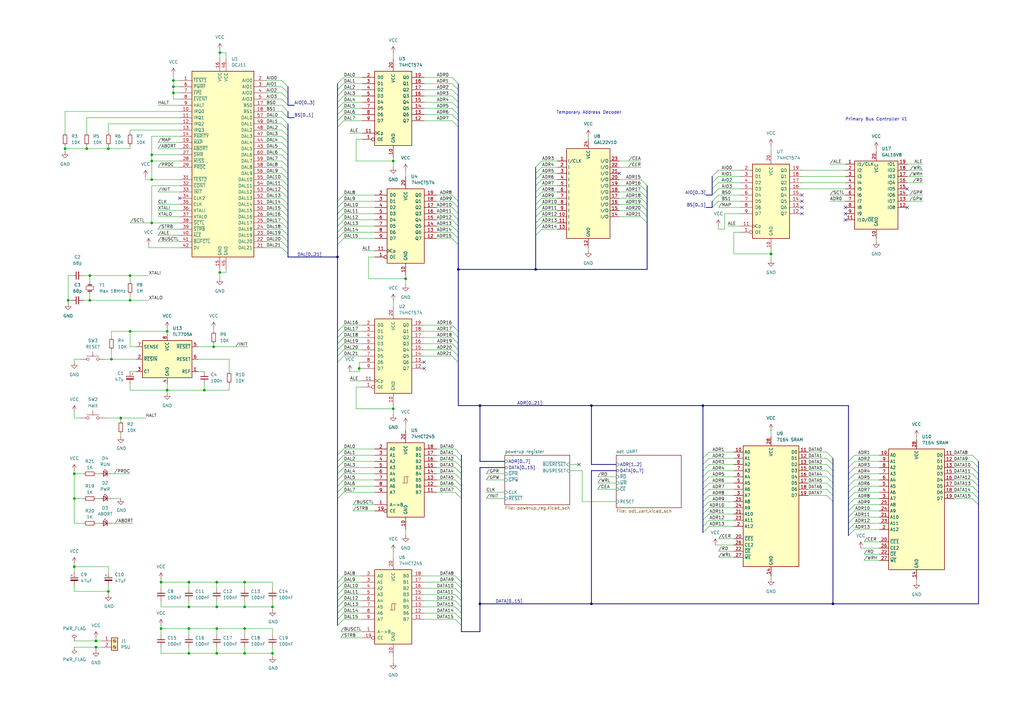
<source format=kicad_sch>
(kicad_sch (version 20231120) (generator "eeschema") (generator_version "8.0")
  (paper "A3")
  (title_block (title "J11 Homebrew Phase 1: ODT Console") (date "2025-08-28") (rev "2") (company "Jirne Van Rillaer"))
  (junction (at 77.47 267.97))
  (junction (at 68.58 135.89))
  (junction (at 90.17 21.59))
  (junction (at 187.96 110.49))
  (junction (at 66.04 257.81))
  (junction (at 49.53 171.45))
  (junction (at 88.9 267.97))
  (junction (at 27.94 123.19))
  (junction (at 39.37 265.43))
  (junction (at 30.48 232.41))
  (junction (at 111.76 267.97))
  (junction (at 219.71 110.49))
  (junction (at 88.9 248.92))
  (junction (at 71.12 35.56))
  (junction (at 147.32 151.13))
  (junction (at 88.9 238.76))
  (junction (at 77.47 248.92))
  (junction (at 62.23 63.5))
  (junction (at 288.29 166.37))
  (junction (at 90.17 111.76))
  (junction (at 26.67 60.96))
  (junction (at 83.82 160.02))
  (junction (at 44.45 60.96))
  (junction (at 39.37 262.89))
  (junction (at 242.57 166.37))
  (junction (at 44.45 242.57))
  (junction (at 316.23 104.14))
  (junction (at 100.33 248.92))
  (junction (at 100.33 257.81))
  (junction (at 62.23 91.44))
  (junction (at 53.34 113.03))
  (junction (at 196.85 166.37))
  (junction (at 71.12 38.1))
  (junction (at 35.56 60.96))
  (junction (at 341.63 247.65))
  (junction (at 88.9 257.81))
  (junction (at 68.58 160.02))
  (junction (at 77.47 257.81))
  (junction (at 53.34 135.89))
  (junction (at 62.23 66.04))
  (junction (at 242.57 247.65))
  (junction (at 36.83 113.03))
  (junction (at 161.29 66.04))
  (junction (at 66.04 238.76))
  (junction (at 196.85 247.65))
  (junction (at 100.33 238.76))
  (junction (at 77.47 238.76))
  (junction (at 36.83 123.19))
  (junction (at 166.37 114.3))
  (junction (at 53.34 123.19))
  (junction (at 45.72 147.32))
  (junction (at 111.76 248.92))
  (junction (at 71.12 33.02))
  (junction (at 138.43 105.41))
  (junction (at 161.29 167.64))
  (junction (at 62.23 73.66))
  (junction (at 87.63 142.24))
  (junction (at 30.48 194.31))
  (junction (at 100.33 267.97))
  (junction (at 30.48 204.47))
  (no_connect (at 237.49 190.5))
  (no_connect (at 372.11 77.47))
  (no_connect (at 254 71.12))
  (no_connect (at 328.93 82.55))
  (no_connect (at 346.71 90.17))
  (no_connect (at 346.71 87.63))
  (no_connect (at 328.93 80.01))
  (no_connect (at 73.66 81.28))
  (no_connect (at 173.99 148.59))
  (no_connect (at 173.99 151.13))
  (no_connect (at 328.93 85.09))
  (no_connect (at 328.93 87.63))
  (no_connect (at 346.71 85.09))
  (no_connect (at 372.11 85.09))
  (bus_entry (at 115.57 99.06) (size 2.54 2.54))
  (bus_entry (at 398.78 191.77) (size 2.54 2.54))
  (bus_entry (at 138.43 52.07) (size 2.54 -2.54))
  (bus_entry (at 350.52 201.93) (size -2.54 2.54))
  (bus_entry (at 115.57 73.66) (size 2.54 2.54))
  (bus_entry (at 138.43 41.91) (size 2.54 -2.54))
  (bus_entry (at 222.25 78.74) (size -2.54 2.54))
  (bus_entry (at 138.43 90.17) (size 2.54 -2.54))
  (bus_entry (at 138.43 248.92) (size 2.54 -2.54))
  (bus_entry (at 185.42 146.05) (size 2.54 2.54))
  (bus_entry (at 186.69 251.46) (size 2.54 2.54))
  (bus_entry (at 186.69 191.77) (size 2.54 2.54))
  (bus_entry (at 186.69 254) (size 2.54 2.54))
  (bus_entry (at 222.25 88.9) (size -2.54 2.54))
  (bus_entry (at 115.57 60.96) (size 2.54 2.54))
  (bus_entry (at 115.57 38.1) (size 2.54 2.54))
  (bus_entry (at 339.09 195.58) (size 2.54 2.54))
  (bus_entry (at 138.43 194.31) (size 2.54 -2.54))
  (bus_entry (at 115.57 40.64) (size 2.54 2.54))
  (bus_entry (at 185.42 92.71) (size 2.54 2.54))
  (bus_entry (at 186.69 246.38) (size 2.54 2.54))
  (bus_entry (at 115.57 91.44) (size 2.54 2.54))
  (bus_entry (at 186.69 186.69) (size 2.54 2.54))
  (bus_entry (at 138.43 92.71) (size 2.54 -2.54))
  (bus_entry (at 290.83 195.58) (size -2.54 2.54))
  (bus_entry (at 185.42 49.53) (size 2.54 2.54))
  (bus_entry (at 350.52 207.01) (size -2.54 2.54))
  (bus_entry (at 292.1 85.09) (size 2.54 -2.54))
  (bus_entry (at 350.52 191.77) (size -2.54 2.54))
  (bus_entry (at 185.42 87.63) (size 2.54 2.54))
  (bus_entry (at 262.89 81.28) (size 2.54 2.54))
  (bus_entry (at 398.78 199.39) (size 2.54 2.54))
  (bus_entry (at 186.69 236.22) (size 2.54 2.54))
  (bus_entry (at 339.09 185.42) (size 2.54 2.54))
  (bus_entry (at 290.83 185.42) (size -2.54 2.54))
  (bus_entry (at 350.52 204.47) (size -2.54 2.54))
  (bus_entry (at 186.69 243.84) (size 2.54 2.54))
  (bus_entry (at 290.83 200.66) (size -2.54 2.54))
  (bus_entry (at 115.57 33.02) (size 2.54 2.54))
  (bus_entry (at 350.52 212.09) (size -2.54 2.54))
  (bus_entry (at 350.52 199.39) (size -2.54 2.54))
  (bus_entry (at 185.42 97.79) (size 2.54 2.54))
  (bus_entry (at 140.97 138.43) (size -2.54 2.54))
  (bus_entry (at 222.25 76.2) (size -2.54 2.54))
  (bus_entry (at 339.09 203.2) (size 2.54 2.54))
  (bus_entry (at 138.43 34.29) (size 2.54 -2.54))
  (bus_entry (at 222.25 68.58) (size -2.54 2.54))
  (bus_entry (at 222.25 93.98) (size -2.54 2.54))
  (bus_entry (at 186.69 248.92) (size 2.54 2.54))
  (bus_entry (at 398.78 204.47) (size 2.54 2.54))
  (bus_entry (at 115.57 43.18) (size 2.54 2.54))
  (bus_entry (at 115.57 101.6) (size 2.54 2.54))
  (bus_entry (at 138.43 85.09) (size 2.54 -2.54))
  (bus_entry (at 185.42 41.91) (size 2.54 2.54))
  (bus_entry (at 290.83 190.5) (size -2.54 2.54))
  (bus_entry (at 339.09 200.66) (size 2.54 2.54))
  (bus_entry (at 186.69 201.93) (size 2.54 2.54))
  (bus_entry (at 138.43 191.77) (size 2.54 -2.54))
  (bus_entry (at 186.69 196.85) (size 2.54 2.54))
  (bus_entry (at 222.25 83.82) (size -2.54 2.54))
  (bus_entry (at 138.43 95.25) (size 2.54 -2.54))
  (bus_entry (at 350.52 194.31) (size -2.54 2.54))
  (bus_entry (at 185.42 138.43) (size 2.54 2.54))
  (bus_entry (at 138.43 254) (size 2.54 -2.54))
  (bus_entry (at 115.57 48.26) (size 2.54 2.54))
  (bus_entry (at 185.42 34.29) (size 2.54 2.54))
  (bus_entry (at 138.43 44.45) (size 2.54 -2.54))
  (bus_entry (at 350.52 196.85) (size -2.54 2.54))
  (bus_entry (at 115.57 45.72) (size 2.54 2.54))
  (bus_entry (at 138.43 238.76) (size 2.54 -2.54))
  (bus_entry (at 290.83 215.9) (size -2.54 2.54))
  (bus_entry (at 138.43 246.38) (size 2.54 -2.54))
  (bus_entry (at 186.69 189.23) (size 2.54 2.54))
  (bus_entry (at 292.1 74.93) (size 2.54 -2.54))
  (bus_entry (at 140.97 140.97) (size -2.54 2.54))
  (bus_entry (at 222.25 73.66) (size -2.54 2.54))
  (bus_entry (at 115.57 58.42) (size 2.54 2.54))
  (bus_entry (at 138.43 201.93) (size 2.54 -2.54))
  (bus_entry (at 115.57 63.5) (size 2.54 2.54))
  (bus_entry (at 140.97 135.89) (size -2.54 2.54))
  (bus_entry (at 185.42 135.89) (size 2.54 2.54))
  (bus_entry (at 115.57 78.74) (size 2.54 2.54))
  (bus_entry (at 138.43 100.33) (size 2.54 -2.54))
  (bus_entry (at 115.57 71.12) (size 2.54 2.54))
  (bus_entry (at 185.42 44.45) (size 2.54 2.54))
  (bus_entry (at 290.83 203.2) (size -2.54 2.54))
  (bus_entry (at 140.97 133.35) (size -2.54 2.54))
  (bus_entry (at 185.42 31.75) (size 2.54 2.54))
  (bus_entry (at 115.57 35.56) (size 2.54 2.54))
  (bus_entry (at 290.83 205.74) (size -2.54 2.54))
  (bus_entry (at 185.42 46.99) (size 2.54 2.54))
  (bus_entry (at 222.25 86.36) (size -2.54 2.54))
  (bus_entry (at 140.97 143.51) (size -2.54 2.54))
  (bus_entry (at 339.09 190.5) (size 2.54 2.54))
  (bus_entry (at 262.89 73.66) (size 2.54 2.54))
  (bus_entry (at 290.83 198.12) (size -2.54 2.54))
  (bus_entry (at 185.42 90.17) (size 2.54 2.54))
  (bus_entry (at 350.52 189.23) (size -2.54 2.54))
  (bus_entry (at 138.43 199.39) (size 2.54 -2.54))
  (bus_entry (at 138.43 251.46) (size 2.54 -2.54))
  (bus_entry (at 138.43 189.23) (size 2.54 -2.54))
  (bus_entry (at 138.43 256.54) (size 2.54 -2.54))
  (bus_entry (at 290.83 187.96) (size -2.54 2.54))
  (bus_entry (at 185.42 85.09) (size 2.54 2.54))
  (bus_entry (at 339.09 187.96) (size 2.54 2.54))
  (bus_entry (at 185.42 95.25) (size 2.54 2.54))
  (bus_entry (at 290.83 193.04) (size -2.54 2.54))
  (bus_entry (at 398.78 186.69) (size 2.54 2.54))
  (bus_entry (at 222.25 66.04) (size -2.54 2.54))
  (bus_entry (at 138.43 36.83) (size 2.54 -2.54))
  (bus_entry (at 115.57 55.88) (size 2.54 2.54))
  (bus_entry (at 140.97 146.05) (size -2.54 2.54))
  (bus_entry (at 292.1 82.55) (size 2.54 -2.54))
  (bus_entry (at 262.89 83.82) (size 2.54 2.54))
  (bus_entry (at 185.42 82.55) (size 2.54 2.54))
  (bus_entry (at 115.57 53.34) (size 2.54 2.54))
  (bus_entry (at 222.25 71.12) (size -2.54 2.54))
  (bus_entry (at 115.57 96.52) (size 2.54 2.54))
  (bus_entry (at 115.57 93.98) (size 2.54 2.54))
  (bus_entry (at 185.42 80.01) (size 2.54 2.54))
  (bus_entry (at 138.43 82.55) (size 2.54 -2.54))
  (bus_entry (at 115.57 68.58) (size 2.54 2.54))
  (bus_entry (at 262.89 76.2) (size 2.54 2.54))
  (bus_entry (at 222.25 81.28) (size -2.54 2.54))
  (bus_entry (at 222.25 91.44) (size -2.54 2.54))
  (bus_entry (at 262.89 78.74) (size 2.54 2.54))
  (bus_entry (at 290.83 213.36) (size -2.54 2.54))
  (bus_entry (at 186.69 194.31) (size 2.54 2.54))
  (bus_entry (at 115.57 88.9) (size 2.54 2.54))
  (bus_entry (at 398.78 201.93) (size 2.54 2.54))
  (bus_entry (at 115.57 81.28) (size 2.54 2.54))
  (bus_entry (at 185.42 36.83) (size 2.54 2.54))
  (bus_entry (at 339.09 193.04) (size 2.54 2.54))
  (bus_entry (at 115.57 50.8) (size 2.54 2.54))
  (bus_entry (at 350.52 186.69) (size -2.54 2.54))
  (bus_entry (at 138.43 87.63) (size 2.54 -2.54))
  (bus_entry (at 138.43 241.3) (size 2.54 -2.54))
  (bus_entry (at 290.83 210.82) (size -2.54 2.54))
  (bus_entry (at 339.09 198.12) (size 2.54 2.54))
  (bus_entry (at 186.69 241.3) (size 2.54 2.54))
  (bus_entry (at 262.89 86.36) (size 2.54 2.54))
  (bus_entry (at 138.43 243.84) (size 2.54 -2.54))
  (bus_entry (at 115.57 86.36) (size 2.54 2.54))
  (bus_entry (at 185.42 133.35) (size 2.54 2.54))
  (bus_entry (at 138.43 49.53) (size 2.54 -2.54))
  (bus_entry (at 138.43 39.37) (size 2.54 -2.54))
  (bus_entry (at 185.42 140.97) (size 2.54 2.54))
  (bus_entry (at 262.89 88.9) (size 2.54 2.54))
  (bus_entry (at 350.52 217.17) (size -2.54 2.54))
  (bus_entry (at 138.43 97.79) (size 2.54 -2.54))
  (bus_entry (at 185.42 143.51) (size 2.54 2.54))
  (bus_entry (at 138.43 196.85) (size 2.54 -2.54))
  (bus_entry (at 138.43 186.69) (size 2.54 -2.54))
  (bus_entry (at 350.52 214.63) (size -2.54 2.54))
  (bus_entry (at 115.57 76.2) (size 2.54 2.54))
  (bus_entry (at 138.43 204.47) (size 2.54 -2.54))
  (bus_entry (at 398.78 196.85) (size 2.54 2.54))
  (bus_entry (at 398.78 189.23) (size 2.54 2.54))
  (bus_entry (at 115.57 83.82) (size 2.54 2.54))
  (bus_entry (at 292.1 77.47) (size 2.54 -2.54))
  (bus_entry (at 398.78 194.31) (size 2.54 2.54))
  (bus_entry (at 185.42 39.37) (size 2.54 2.54))
  (bus_entry (at 292.1 72.39) (size 2.54 -2.54))
  (bus_entry (at 350.52 209.55) (size -2.54 2.54))
  (bus_entry (at 186.69 199.39) (size 2.54 2.54))
  (bus_entry (at 292.1 80.01) (size 2.54 -2.54))
  (bus_entry (at 115.57 66.04) (size 2.54 2.54))
  (bus_entry (at 186.69 184.15) (size 2.54 2.54))
  (bus_entry (at 186.69 238.76) (size 2.54 2.54))
  (bus_entry (at 290.83 208.28) (size -2.54 2.54))
  (bus_entry (at 138.43 46.99) (size 2.54 -2.54))
  (wire (pts (xy 173.99 138.43) (xy 185.42 138.43)))
  (wire (pts (xy 111.76 238.76) (xy 111.76 241.3)))
  (bus (pts (xy 242.57 193.04) (xy 252.73 193.04)))
  (bus (pts (xy 187.96 110.49) (xy 187.96 135.89)))
  (wire (pts (xy 88.9 267.97) (xy 100.33 267.97)))
  (wire (pts (xy 44.45 242.57) (xy 44.45 243.84)))
  (wire (pts (xy 173.99 243.84) (xy 186.69 243.84)))
  (bus (pts (xy 138.43 241.3) (xy 138.43 243.84)))
  (bus (pts (xy 196.85 189.23) (xy 207.01 189.23)))
  (wire (pts (xy 140.97 135.89) (xy 148.59 135.89)))
  (wire (pts (xy 62.23 55.88) (xy 73.66 55.88)))
  (bus (pts (xy 265.43 78.74) (xy 265.43 81.28)))
  (wire (pts (xy 26.67 45.72) (xy 26.67 54.61)))
  (wire (pts (xy 372.11 74.93) (xy 378.46 74.93)))
  (wire (pts (xy 375.92 179.07) (xy 375.92 180.34)))
  (wire (pts (xy 350.52 201.93) (xy 360.68 201.93)))
  (wire (pts (xy 328.93 77.47) (xy 346.71 77.47)))
  (wire (pts (xy 140.97 248.92) (xy 148.59 248.92)))
  (bus (pts (xy 341.63 203.2) (xy 341.63 205.74)))
  (wire (pts (xy 222.25 86.36) (xy 228.6 86.36)))
  (wire (pts (xy 316.23 176.53) (xy 316.23 179.07)))
  (wire (pts (xy 166.37 173.99) (xy 166.37 176.53)))
  (wire (pts (xy 331.47 200.66) (xy 339.09 200.66)))
  (wire (pts (xy 71.12 30.48) (xy 71.12 33.02)))
  (wire (pts (xy 179.07 97.79) (xy 185.42 97.79)))
  (wire (pts (xy 88.9 265.43) (xy 88.9 267.97)))
  (wire (pts (xy 100.33 238.76) (xy 100.33 241.3)))
  (bus (pts (xy 138.43 135.89) (xy 138.43 138.43)))
  (bus (pts (xy 138.43 246.38) (xy 138.43 248.92)))
  (wire (pts (xy 62.23 63.5) (xy 62.23 66.04)))
  (bus (pts (xy 118.11 93.98) (xy 118.11 96.52)))
  (wire (pts (xy 83.82 157.48) (xy 83.82 160.02)))
  (wire (pts (xy 53.34 113.03) (xy 60.96 113.03)))
  (wire (pts (xy 111.76 265.43) (xy 111.76 267.97)))
  (bus (pts (xy 189.23 248.92) (xy 189.23 251.46)))
  (wire (pts (xy 140.97 90.17) (xy 153.67 90.17)))
  (wire (pts (xy 140.97 143.51) (xy 148.59 143.51)))
  (wire (pts (xy 140.97 95.25) (xy 153.67 95.25)))
  (bus (pts (xy 219.71 78.74) (xy 219.71 81.28)))
  (wire (pts (xy 372.11 82.55) (xy 378.46 82.55)))
  (wire (pts (xy 179.07 80.01) (xy 185.42 80.01)))
  (bus (pts (xy 187.96 143.51) (xy 187.96 146.05)))
  (wire (pts (xy 173.99 254) (xy 186.69 254)))
  (wire (pts (xy 53.34 53.34) (xy 73.66 53.34)))
  (wire (pts (xy 262.89 88.9) (xy 254 88.9)))
  (bus (pts (xy 189.23 204.47) (xy 189.23 238.76)))
  (wire (pts (xy 391.16 194.31) (xy 398.78 194.31)))
  (wire (pts (xy 173.99 251.46) (xy 186.69 251.46)))
  (wire (pts (xy 45.72 143.51) (xy 45.72 147.32)))
  (wire (pts (xy 350.52 189.23) (xy 360.68 189.23)))
  (wire (pts (xy 140.97 82.55) (xy 153.67 82.55)))
  (bus (pts (xy 187.96 110.49) (xy 219.71 110.49)))
  (wire (pts (xy 35.56 48.26) (xy 73.66 48.26)))
  (wire (pts (xy 391.16 201.93) (xy 398.78 201.93)))
  (bus (pts (xy 401.32 191.77) (xy 401.32 194.31)))
  (wire (pts (xy 45.72 204.47) (xy 49.53 204.47)))
  (bus (pts (xy 138.43 204.47) (xy 138.43 238.76)))
  (wire (pts (xy 372.11 67.31) (xy 378.46 67.31)))
  (wire (pts (xy 294.64 77.47) (xy 303.53 77.47)))
  (bus (pts (xy 288.29 166.37) (xy 288.29 187.96)))
  (wire (pts (xy 87.63 140.97) (xy 87.63 142.24)))
  (bus (pts (xy 242.57 166.37) (xy 242.57 190.5)))
  (wire (pts (xy 92.71 110.49) (xy 92.71 111.76)))
  (wire (pts (xy 27.94 113.03) (xy 27.94 123.19)))
  (wire (pts (xy 53.34 91.44) (xy 62.23 91.44)))
  (wire (pts (xy 64.77 93.98) (xy 73.66 93.98)))
  (bus (pts (xy 118.11 53.34) (xy 118.11 55.88)))
  (wire (pts (xy 53.34 135.89) (xy 53.34 142.24)))
  (wire (pts (xy 391.16 204.47) (xy 398.78 204.47)))
  (wire (pts (xy 109.22 60.96) (xy 115.57 60.96)))
  (wire (pts (xy 26.67 62.23) (xy 26.67 60.96)))
  (bus (pts (xy 265.43 88.9) (xy 265.43 91.44)))
  (wire (pts (xy 179.07 196.85) (xy 186.69 196.85)))
  (wire (pts (xy 109.22 50.8) (xy 115.57 50.8)))
  (bus (pts (xy 347.98 199.39) (xy 347.98 201.93)))
  (wire (pts (xy 372.11 69.85) (xy 378.46 69.85)))
  (wire (pts (xy 294.64 74.93) (xy 303.53 74.93)))
  (bus (pts (xy 288.29 200.66) (xy 288.29 203.2)))
  (wire (pts (xy 140.97 241.3) (xy 148.59 241.3)))
  (wire (pts (xy 222.25 78.74) (xy 228.6 78.74)))
  (wire (pts (xy 151.13 114.3) (xy 166.37 114.3)))
  (bus (pts (xy 118.11 76.2) (xy 118.11 78.74)))
  (wire (pts (xy 27.94 113.03) (xy 29.21 113.03)))
  (bus (pts (xy 288.29 193.04) (xy 288.29 195.58)))
  (wire (pts (xy 140.97 191.77) (xy 153.67 191.77)))
  (bus (pts (xy 118.11 104.14) (xy 118.11 105.41)))
  (wire (pts (xy 173.99 135.89) (xy 185.42 135.89)))
  (wire (pts (xy 30.48 214.63) (xy 34.29 214.63)))
  (wire (pts (xy 179.07 87.63) (xy 185.42 87.63)))
  (wire (pts (xy 297.18 87.63) (xy 303.53 87.63)))
  (wire (pts (xy 241.3 101.6) (xy 241.3 102.87)))
  (wire (pts (xy 294.64 85.09) (xy 303.53 85.09)))
  (wire (pts (xy 140.97 189.23) (xy 153.67 189.23)))
  (bus (pts (xy 189.23 196.85) (xy 189.23 199.39)))
  (wire (pts (xy 39.37 261.62) (xy 39.37 262.89)))
  (wire (pts (xy 30.48 147.32) (xy 33.02 147.32)))
  (wire (pts (xy 140.97 186.69) (xy 153.67 186.69)))
  (wire (pts (xy 64.77 68.58) (xy 73.66 68.58)))
  (bus (pts (xy 187.96 135.89) (xy 187.96 138.43)))
  (wire (pts (xy 222.25 66.04) (xy 228.6 66.04)))
  (wire (pts (xy 173.99 140.97) (xy 185.42 140.97)))
  (bus (pts (xy 347.98 194.31) (xy 347.98 196.85)))
  (wire (pts (xy 68.58 160.02) (xy 83.82 160.02)))
  (wire (pts (xy 30.48 262.89) (xy 39.37 262.89)))
  (wire (pts (xy 173.99 31.75) (xy 185.42 31.75)))
  (wire (pts (xy 222.25 88.9) (xy 228.6 88.9)))
  (wire (pts (xy 340.36 82.55) (xy 346.71 82.55)))
  (wire (pts (xy 100.33 248.92) (xy 111.76 248.92)))
  (bus (pts (xy 219.71 88.9) (xy 219.71 91.44)))
  (wire (pts (xy 92.71 21.59) (xy 90.17 21.59)))
  (bus (pts (xy 347.98 217.17) (xy 347.98 219.71)))
  (wire (pts (xy 60.96 100.33) (xy 60.96 101.6)))
  (bus (pts (xy 347.98 189.23) (xy 347.98 191.77)))
  (wire (pts (xy 173.99 44.45) (xy 185.42 44.45)))
  (wire (pts (xy 354.33 229.87) (xy 360.68 229.87)))
  (wire (pts (xy 222.25 83.82) (xy 228.6 83.82)))
  (wire (pts (xy 143.51 54.61) (xy 148.59 54.61)))
  (wire (pts (xy 290.83 187.96) (xy 300.99 187.96)))
  (bus (pts (xy 347.98 207.01) (xy 347.98 209.55)))
  (bus (pts (xy 187.96 140.97) (xy 187.96 143.51)))
  (wire (pts (xy 30.48 232.41) (xy 44.45 232.41)))
  (wire (pts (xy 39.37 265.43) (xy 41.91 265.43)))
  (wire (pts (xy 316.23 102.87) (xy 316.23 104.14)))
  (wire (pts (xy 30.48 242.57) (xy 44.45 242.57)))
  (bus (pts (xy 347.98 191.77) (xy 347.98 194.31)))
  (wire (pts (xy 54.61 214.63) (xy 45.72 214.63)))
  (wire (pts (xy 40.64 204.47) (xy 39.37 204.47)))
  (wire (pts (xy 87.63 134.62) (xy 87.63 135.89)))
  (wire (pts (xy 331.47 203.2) (xy 339.09 203.2)))
  (wire (pts (xy 262.89 73.66) (xy 254 73.66)))
  (wire (pts (xy 144.78 207.01) (xy 153.67 207.01)))
  (bus (pts (xy 138.43 95.25) (xy 138.43 97.79)))
  (bus (pts (xy 347.98 201.93) (xy 347.98 204.47)))
  (wire (pts (xy 45.72 147.32) (xy 55.88 147.32)))
  (wire (pts (xy 111.76 248.92) (xy 111.76 250.19)))
  (wire (pts (xy 173.99 46.99) (xy 185.42 46.99)))
  (wire (pts (xy 140.97 184.15) (xy 153.67 184.15)))
  (bus (pts (xy 347.98 166.37) (xy 347.98 189.23)))
  (wire (pts (xy 109.22 83.82) (xy 115.57 83.82)))
  (wire (pts (xy 109.22 78.74) (xy 115.57 78.74)))
  (wire (pts (xy 71.12 38.1) (xy 73.66 38.1)))
  (wire (pts (xy 238.76 193.04) (xy 238.76 205.74)))
  (wire (pts (xy 30.48 231.14) (xy 30.48 232.41)))
  (wire (pts (xy 294.64 93.98) (xy 297.18 93.98)))
  (wire (pts (xy 140.97 49.53) (xy 148.59 49.53)))
  (wire (pts (xy 68.58 134.62) (xy 68.58 135.89)))
  (wire (pts (xy 391.16 189.23) (xy 398.78 189.23)))
  (wire (pts (xy 179.07 82.55) (xy 185.42 82.55)))
  (wire (pts (xy 66.04 246.38) (xy 66.04 248.92)))
  (wire (pts (xy 173.99 238.76) (xy 186.69 238.76)))
  (bus (pts (xy 242.57 190.5) (xy 252.73 190.5)))
  (wire (pts (xy 109.22 99.06) (xy 115.57 99.06)))
  (bus (pts (xy 289.56 85.09) (xy 292.1 85.09)))
  (wire (pts (xy 81.28 152.4) (xy 83.82 152.4)))
  (wire (pts (xy 241.3 55.88) (xy 241.3 57.15)))
  (wire (pts (xy 30.48 168.91) (xy 30.48 171.45)))
  (bus (pts (xy 219.71 68.58) (xy 219.71 71.12)))
  (wire (pts (xy 161.29 123.19) (xy 161.29 125.73)))
  (bus (pts (xy 288.29 215.9) (xy 288.29 218.44)))
  (wire (pts (xy 328.93 72.39) (xy 346.71 72.39)))
  (wire (pts (xy 35.56 48.26) (xy 35.56 54.61)))
  (bus (pts (xy 138.43 189.23) (xy 138.43 191.77)))
  (wire (pts (xy 109.22 35.56) (xy 115.57 35.56)))
  (bus (pts (xy 189.23 186.69) (xy 189.23 189.23)))
  (bus (pts (xy 187.96 166.37) (xy 196.85 166.37)))
  (wire (pts (xy 161.29 269.24) (xy 161.29 271.78)))
  (wire (pts (xy 77.47 238.76) (xy 88.9 238.76)))
  (bus (pts (xy 189.23 241.3) (xy 189.23 243.84)))
  (wire (pts (xy 143.51 156.21) (xy 148.59 156.21)))
  (wire (pts (xy 139.7 261.62) (xy 148.59 261.62)))
  (bus (pts (xy 341.63 195.58) (xy 341.63 198.12)))
  (wire (pts (xy 64.77 60.96) (xy 73.66 60.96)))
  (bus (pts (xy 187.96 46.99) (xy 187.96 49.53)))
  (bus (pts (xy 347.98 212.09) (xy 347.98 214.63)))
  (wire (pts (xy 353.06 224.79) (xy 360.68 224.79)))
  (wire (pts (xy 92.71 111.76) (xy 90.17 111.76)))
  (wire (pts (xy 140.97 238.76) (xy 148.59 238.76)))
  (wire (pts (xy 93.98 157.48) (xy 93.98 160.02)))
  (wire (pts (xy 83.82 160.02) (xy 93.98 160.02)))
  (bus (pts (xy 118.11 48.26) (xy 120.65 48.26)))
  (bus (pts (xy 288.29 166.37) (xy 347.98 166.37)))
  (bus (pts (xy 196.85 191.77) (xy 207.01 191.77)))
  (wire (pts (xy 161.29 166.37) (xy 161.29 167.64)))
  (wire (pts (xy 66.04 248.92) (xy 77.47 248.92)))
  (wire (pts (xy 331.47 193.04) (xy 339.09 193.04)))
  (wire (pts (xy 294.64 72.39) (xy 303.53 72.39)))
  (wire (pts (xy 100.33 257.81) (xy 100.33 260.35)))
  (wire (pts (xy 166.37 114.3) (xy 166.37 116.84)))
  (bus (pts (xy 118.11 63.5) (xy 118.11 66.04)))
  (wire (pts (xy 77.47 257.81) (xy 88.9 257.81)))
  (wire (pts (xy 77.47 246.38) (xy 77.47 248.92)))
  (bus (pts (xy 347.98 196.85) (xy 347.98 199.39)))
  (wire (pts (xy 109.22 43.18) (xy 115.57 43.18)))
  (bus (pts (xy 138.43 191.77) (xy 138.43 194.31)))
  (wire (pts (xy 66.04 237.49) (xy 66.04 238.76)))
  (wire (pts (xy 222.25 73.66) (xy 228.6 73.66)))
  (bus (pts (xy 187.96 146.05) (xy 187.96 148.59)))
  (wire (pts (xy 140.97 146.05) (xy 148.59 146.05)))
  (wire (pts (xy 245.11 195.58) (xy 252.73 195.58)))
  (wire (pts (xy 30.48 194.31) (xy 34.29 194.31)))
  (wire (pts (xy 88.9 257.81) (xy 88.9 260.35)))
  (bus (pts (xy 138.43 148.59) (xy 138.43 186.69)))
  (bus (pts (xy 138.43 36.83) (xy 138.43 39.37)))
  (wire (pts (xy 66.04 238.76) (xy 66.04 241.3)))
  (wire (pts (xy 161.29 66.04) (xy 161.29 68.58)))
  (bus (pts (xy 118.11 71.12) (xy 118.11 73.66)))
  (wire (pts (xy 140.97 133.35) (xy 148.59 133.35)))
  (wire (pts (xy 109.22 93.98) (xy 115.57 93.98)))
  (bus (pts (xy 189.23 191.77) (xy 189.23 194.31)))
  (bus (pts (xy 219.71 83.82) (xy 219.71 86.36)))
  (wire (pts (xy 290.83 205.74) (xy 300.99 205.74)))
  (wire (pts (xy 45.72 194.31) (xy 53.34 194.31)))
  (wire (pts (xy 44.45 50.8) (xy 73.66 50.8)))
  (bus (pts (xy 265.43 91.44) (xy 265.43 110.49)))
  (wire (pts (xy 391.16 199.39) (xy 398.78 199.39)))
  (wire (pts (xy 111.76 257.81) (xy 111.76 260.35)))
  (wire (pts (xy 350.52 196.85) (xy 360.68 196.85)))
  (wire (pts (xy 26.67 45.72) (xy 73.66 45.72)))
  (wire (pts (xy 290.83 200.66) (xy 300.99 200.66)))
  (bus (pts (xy 138.43 105.41) (xy 138.43 135.89)))
  (bus (pts (xy 189.23 259.08) (xy 189.23 256.54)))
  (bus (pts (xy 347.98 204.47) (xy 347.98 207.01)))
  (bus (pts (xy 187.96 41.91) (xy 187.96 44.45)))
  (bus (pts (xy 187.96 87.63) (xy 187.96 90.17)))
  (wire (pts (xy 350.52 209.55) (xy 360.68 209.55)))
  (wire (pts (xy 77.47 248.92) (xy 88.9 248.92)))
  (wire (pts (xy 30.48 265.43) (xy 39.37 265.43)))
  (bus (pts (xy 138.43 100.33) (xy 138.43 105.41)))
  (wire (pts (xy 290.83 198.12) (xy 300.99 198.12)))
  (bus (pts (xy 138.43 140.97) (xy 138.43 143.51)))
  (wire (pts (xy 161.29 64.77) (xy 161.29 66.04)))
  (wire (pts (xy 350.52 204.47) (xy 360.68 204.47)))
  (bus (pts (xy 288.29 210.82) (xy 288.29 213.36)))
  (wire (pts (xy 290.83 190.5) (xy 300.99 190.5)))
  (wire (pts (xy 350.52 217.17) (xy 360.68 217.17)))
  (bus (pts (xy 189.23 189.23) (xy 189.23 191.77)))
  (wire (pts (xy 30.48 194.31) (xy 30.48 204.47)))
  (bus (pts (xy 341.63 200.66) (xy 341.63 203.2)))
  (wire (pts (xy 290.83 193.04) (xy 300.99 193.04)))
  (wire (pts (xy 140.97 39.37) (xy 148.59 39.37)))
  (wire (pts (xy 109.22 88.9) (xy 115.57 88.9)))
  (bus (pts (xy 189.23 238.76) (xy 189.23 241.3)))
  (bus (pts (xy 341.63 190.5) (xy 341.63 193.04)))
  (wire (pts (xy 151.13 105.41) (xy 151.13 114.3)))
  (bus (pts (xy 138.43 251.46) (xy 138.43 254)))
  (wire (pts (xy 290.83 215.9) (xy 300.99 215.9)))
  (bus (pts (xy 138.43 146.05) (xy 138.43 148.59)))
  (wire (pts (xy 140.97 251.46) (xy 148.59 251.46)))
  (bus (pts (xy 187.96 49.53) (xy 187.96 52.07)))
  (wire (pts (xy 173.99 248.92) (xy 186.69 248.92)))
  (bus (pts (xy 138.43 199.39) (xy 138.43 201.93)))
  (bus (pts (xy 118.11 66.04) (xy 118.11 68.58)))
  (bus (pts (xy 401.32 199.39) (xy 401.32 201.93)))
  (wire (pts (xy 49.53 171.45) (xy 59.69 171.45)))
  (wire (pts (xy 140.97 97.79) (xy 153.67 97.79)))
  (wire (pts (xy 391.16 196.85) (xy 398.78 196.85)))
  (bus (pts (xy 187.96 97.79) (xy 187.96 100.33)))
  (wire (pts (xy 262.89 78.74) (xy 254 78.74)))
  (wire (pts (xy 39.37 262.89) (xy 41.91 262.89)))
  (wire (pts (xy 30.48 240.03) (xy 30.48 242.57)))
  (wire (pts (xy 350.52 212.09) (xy 360.68 212.09)))
  (bus (pts (xy 189.23 243.84) (xy 189.23 246.38)))
  (bus (pts (xy 341.63 198.12) (xy 341.63 200.66)))
  (wire (pts (xy 88.9 257.81) (xy 100.33 257.81)))
  (wire (pts (xy 66.04 265.43) (xy 66.04 267.97)))
  (bus (pts (xy 118.11 96.52) (xy 118.11 99.06)))
  (bus (pts (xy 289.56 80.01) (xy 292.1 80.01)))
  (bus (pts (xy 138.43 34.29) (xy 138.43 36.83)))
  (wire (pts (xy 36.83 113.03) (xy 36.83 115.57)))
  (wire (pts (xy 161.29 226.06) (xy 161.29 228.6)))
  (wire (pts (xy 146.05 57.15) (xy 146.05 66.04)))
  (bus (pts (xy 118.11 58.42) (xy 118.11 60.96)))
  (wire (pts (xy 350.52 191.77) (xy 360.68 191.77)))
  (wire (pts (xy 222.25 91.44) (xy 228.6 91.44)))
  (wire (pts (xy 140.97 34.29) (xy 148.59 34.29)))
  (wire (pts (xy 294.64 82.55) (xy 303.53 82.55)))
  (wire (pts (xy 30.48 232.41) (xy 30.48 234.95)))
  (wire (pts (xy 64.77 43.18) (xy 73.66 43.18)))
  (wire (pts (xy 140.97 199.39) (xy 153.67 199.39)))
  (bus (pts (xy 138.43 92.71) (xy 138.43 95.25)))
  (bus (pts (xy 118.11 55.88) (xy 118.11 58.42)))
  (wire (pts (xy 49.53 177.8) (xy 49.53 179.07)))
  (wire (pts (xy 90.17 111.76) (xy 90.17 114.3)))
  (wire (pts (xy 71.12 35.56) (xy 73.66 35.56)))
  (wire (pts (xy 27.94 123.19) (xy 27.94 124.46)))
  (wire (pts (xy 354.33 222.25) (xy 360.68 222.25)))
  (wire (pts (xy 140.97 44.45) (xy 148.59 44.45)))
  (bus (pts (xy 138.43 254) (xy 138.43 256.54)))
  (wire (pts (xy 35.56 60.96) (xy 44.45 60.96)))
  (wire (pts (xy 199.39 194.31) (xy 207.01 194.31)))
  (wire (pts (xy 77.47 238.76) (xy 77.47 241.3)))
  (wire (pts (xy 43.18 171.45) (xy 49.53 171.45)))
  (wire (pts (xy 62.23 73.66) (xy 73.66 73.66)))
  (wire (pts (xy 146.05 158.75) (xy 148.59 158.75)))
  (wire (pts (xy 53.34 152.4) (xy 55.88 152.4)))
  (bus (pts (xy 189.23 246.38) (xy 189.23 248.92)))
  (wire (pts (xy 26.67 59.69) (xy 26.67 60.96)))
  (wire (pts (xy 173.99 41.91) (xy 185.42 41.91)))
  (wire (pts (xy 354.33 227.33) (xy 360.68 227.33)))
  (bus (pts (xy 265.43 76.2) (xy 265.43 78.74)))
  (bus (pts (xy 118.11 35.56) (xy 118.11 38.1)))
  (wire (pts (xy 297.18 87.63) (xy 297.18 93.98)))
  (bus (pts (xy 118.11 78.74) (xy 118.11 81.28)))
  (wire (pts (xy 100.33 265.43) (xy 100.33 267.97)))
  (bus (pts (xy 118.11 50.8) (xy 118.11 53.34)))
  (bus (pts (xy 347.98 214.63) (xy 347.98 217.17)))
  (wire (pts (xy 146.05 66.04) (xy 161.29 66.04)))
  (wire (pts (xy 66.04 267.97) (xy 77.47 267.97)))
  (wire (pts (xy 44.45 232.41) (xy 44.45 234.95)))
  (wire (pts (xy 316.23 104.14) (xy 316.23 106.68)))
  (wire (pts (xy 64.77 86.36) (xy 73.66 86.36)))
  (bus (pts (xy 292.1 72.39) (xy 292.1 74.93)))
  (wire (pts (xy 140.97 85.09) (xy 153.67 85.09)))
  (wire (pts (xy 294.64 92.71) (xy 294.64 93.98)))
  (wire (pts (xy 173.99 146.05) (xy 185.42 146.05)))
  (wire (pts (xy 331.47 187.96) (xy 339.09 187.96)))
  (bus (pts (xy 118.11 101.6) (xy 118.11 104.14)))
  (wire (pts (xy 331.47 190.5) (xy 339.09 190.5)))
  (bus (pts (xy 118.11 86.36) (xy 118.11 88.9)))
  (bus (pts (xy 242.57 193.04) (xy 242.57 247.65)))
  (bus (pts (xy 341.63 187.96) (xy 341.63 190.5)))
  (bus (pts (xy 401.32 189.23) (xy 401.32 191.77)))
  (wire (pts (xy 300.99 104.14) (xy 316.23 104.14)))
  (wire (pts (xy 64.77 83.82) (xy 73.66 83.82)))
  (bus (pts (xy 138.43 41.91) (xy 138.43 44.45)))
  (wire (pts (xy 143.51 152.4) (xy 147.32 152.4)))
  (bus (pts (xy 292.1 77.47) (xy 292.1 80.01)))
  (wire (pts (xy 44.45 50.8) (xy 44.45 54.61)))
  (wire (pts (xy 109.22 81.28) (xy 115.57 81.28)))
  (bus (pts (xy 187.96 34.29) (xy 187.96 36.83)))
  (wire (pts (xy 144.78 209.55) (xy 153.67 209.55)))
  (wire (pts (xy 350.52 194.31) (xy 360.68 194.31)))
  (bus (pts (xy 138.43 85.09) (xy 138.43 87.63)))
  (wire (pts (xy 64.77 78.74) (xy 73.66 78.74)))
  (wire (pts (xy 262.89 76.2) (xy 254 76.2)))
  (bus (pts (xy 118.11 81.28) (xy 118.11 83.82)))
  (wire (pts (xy 100.33 246.38) (xy 100.33 248.92)))
  (wire (pts (xy 43.18 147.32) (xy 45.72 147.32)))
  (bus (pts (xy 187.96 138.43) (xy 187.96 140.97)))
  (wire (pts (xy 53.34 135.89) (xy 68.58 135.89)))
  (wire (pts (xy 328.93 69.85) (xy 346.71 69.85)))
  (wire (pts (xy 109.22 55.88) (xy 115.57 55.88)))
  (wire (pts (xy 245.11 198.12) (xy 252.73 198.12)))
  (bus (pts (xy 187.96 85.09) (xy 187.96 82.55)))
  (wire (pts (xy 139.7 259.08) (xy 148.59 259.08)))
  (wire (pts (xy 179.07 191.77) (xy 186.69 191.77)))
  (wire (pts (xy 66.04 256.54) (xy 66.04 257.81)))
  (bus (pts (xy 347.98 209.55) (xy 347.98 212.09)))
  (wire (pts (xy 233.68 193.04) (xy 238.76 193.04)))
  (wire (pts (xy 39.37 266.7) (xy 39.37 265.43)))
  (bus (pts (xy 118.11 88.9) (xy 118.11 91.44)))
  (wire (pts (xy 109.22 91.44) (xy 115.57 91.44)))
  (bus (pts (xy 196.85 259.08) (xy 196.85 247.65)))
  (bus (pts (xy 138.43 238.76) (xy 138.43 241.3)))
  (wire (pts (xy 173.99 236.22) (xy 186.69 236.22)))
  (wire (pts (xy 34.29 113.03) (xy 36.83 113.03)))
  (wire (pts (xy 109.22 48.26) (xy 115.57 48.26)))
  (wire (pts (xy 109.22 96.52) (xy 115.57 96.52)))
  (wire (pts (xy 199.39 204.47) (xy 207.01 204.47)))
  (wire (pts (xy 109.22 66.04) (xy 115.57 66.04)))
  (wire (pts (xy 62.23 91.44) (xy 73.66 91.44)))
  (bus (pts (xy 341.63 193.04) (xy 341.63 195.58)))
  (wire (pts (xy 340.36 67.31) (xy 346.71 67.31)))
  (wire (pts (xy 49.53 171.45) (xy 49.53 172.72)))
  (wire (pts (xy 147.32 148.59) (xy 148.59 148.59)))
  (wire (pts (xy 66.04 257.81) (xy 66.04 260.35)))
  (bus (pts (xy 341.63 205.74) (xy 341.63 247.65)))
  (bus (pts (xy 242.57 166.37) (xy 288.29 166.37)))
  (wire (pts (xy 68.58 161.29) (xy 68.58 160.02)))
  (wire (pts (xy 30.48 171.45) (xy 33.02 171.45)))
  (wire (pts (xy 199.39 196.85) (xy 207.01 196.85)))
  (wire (pts (xy 100.33 257.81) (xy 111.76 257.81)))
  (wire (pts (xy 30.48 193.04) (xy 30.48 194.31)))
  (bus (pts (xy 401.32 201.93) (xy 401.32 204.47)))
  (wire (pts (xy 30.48 147.32) (xy 30.48 148.59)))
  (wire (pts (xy 290.83 210.82) (xy 300.99 210.82)))
  (wire (pts (xy 109.22 40.64) (xy 115.57 40.64)))
  (bus (pts (xy 265.43 83.82) (xy 265.43 86.36)))
  (wire (pts (xy 340.36 80.01) (xy 346.71 80.01)))
  (bus (pts (xy 292.1 74.93) (xy 292.1 77.47)))
  (wire (pts (xy 372.11 80.01) (xy 378.46 80.01)))
  (wire (pts (xy 179.07 189.23) (xy 186.69 189.23)))
  (wire (pts (xy 109.22 33.02) (xy 115.57 33.02)))
  (bus (pts (xy 138.43 196.85) (xy 138.43 199.39)))
  (wire (pts (xy 90.17 21.59) (xy 90.17 24.13)))
  (wire (pts (xy 44.45 60.96) (xy 53.34 60.96)))
  (wire (pts (xy 391.16 186.69) (xy 398.78 186.69)))
  (bus (pts (xy 118.11 38.1) (xy 118.11 40.64)))
  (wire (pts (xy 298.45 92.71) (xy 303.53 92.71)))
  (wire (pts (xy 140.97 92.71) (xy 153.67 92.71)))
  (wire (pts (xy 300.99 95.25) (xy 303.53 95.25)))
  (wire (pts (xy 316.23 236.22) (xy 316.23 237.49)))
  (wire (pts (xy 66.04 257.81) (xy 77.47 257.81)))
  (bus (pts (xy 219.71 71.12) (xy 219.71 73.66)))
  (bus (pts (xy 219.71 91.44) (xy 219.71 93.98)))
  (bus (pts (xy 219.71 81.28) (xy 219.71 83.82)))
  (bus (pts (xy 118.11 40.64) (xy 118.11 43.18)))
  (wire (pts (xy 350.52 199.39) (xy 360.68 199.39)))
  (bus (pts (xy 118.11 73.66) (xy 118.11 76.2)))
  (bus (pts (xy 187.96 44.45) (xy 187.96 46.99)))
  (bus (pts (xy 187.96 95.25) (xy 187.96 97.79)))
  (wire (pts (xy 62.23 63.5) (xy 73.66 63.5)))
  (bus (pts (xy 138.43 97.79) (xy 138.43 100.33)))
  (bus (pts (xy 187.96 110.49) (xy 187.96 100.33)))
  (wire (pts (xy 53.34 59.69) (xy 53.34 60.96)))
  (wire (pts (xy 53.34 157.48) (xy 53.34 160.02)))
  (bus (pts (xy 219.71 86.36) (xy 219.71 88.9)))
  (wire (pts (xy 222.25 71.12) (xy 228.6 71.12)))
  (wire (pts (xy 179.07 95.25) (xy 185.42 95.25)))
  (wire (pts (xy 350.52 186.69) (xy 360.68 186.69)))
  (wire (pts (xy 62.23 76.2) (xy 62.23 91.44)))
  (wire (pts (xy 140.97 246.38) (xy 148.59 246.38)))
  (wire (pts (xy 222.25 76.2) (xy 228.6 76.2)))
  (wire (pts (xy 179.07 90.17) (xy 185.42 90.17)))
  (wire (pts (xy 140.97 80.01) (xy 153.67 80.01)))
  (wire (pts (xy 26.67 60.96) (xy 35.56 60.96)))
  (wire (pts (xy 90.17 111.76) (xy 90.17 110.49)))
  (wire (pts (xy 300.99 95.25) (xy 300.99 104.14)))
  (wire (pts (xy 173.99 143.51) (xy 185.42 143.51)))
  (wire (pts (xy 53.34 123.19) (xy 60.96 123.19)))
  (wire (pts (xy 233.68 190.5) (xy 237.49 190.5)))
  (wire (pts (xy 179.07 201.93) (xy 186.69 201.93)))
  (wire (pts (xy 109.22 38.1) (xy 115.57 38.1)))
  (bus (pts (xy 187.96 90.17) (xy 187.96 92.71)))
  (wire (pts (xy 93.98 147.32) (xy 93.98 152.4)))
  (wire (pts (xy 81.28 147.32) (xy 93.98 147.32)))
  (wire (pts (xy 71.12 35.56) (xy 71.12 38.1)))
  (wire (pts (xy 173.99 241.3) (xy 186.69 241.3)))
  (wire (pts (xy 140.97 41.91) (xy 148.59 41.91)))
  (wire (pts (xy 146.05 158.75) (xy 146.05 167.64)))
  (bus (pts (xy 341.63 247.65) (xy 401.32 247.65)))
  (bus (pts (xy 219.71 96.52) (xy 219.71 110.49)))
  (bus (pts (xy 401.32 204.47) (xy 401.32 207.01)))
  (bus (pts (xy 118.11 43.18) (xy 120.65 43.18)))
  (wire (pts (xy 68.58 157.48) (xy 68.58 160.02)))
  (bus (pts (xy 288.29 213.36) (xy 288.29 215.9)))
  (wire (pts (xy 88.9 248.92) (xy 100.33 248.92)))
  (wire (pts (xy 147.32 151.13) (xy 148.59 151.13)))
  (wire (pts (xy 100.33 267.97) (xy 111.76 267.97)))
  (wire (pts (xy 34.29 123.19) (xy 36.83 123.19)))
  (bus (pts (xy 401.32 194.31) (xy 401.32 196.85)))
  (bus (pts (xy 138.43 143.51) (xy 138.43 146.05)))
  (wire (pts (xy 173.99 49.53) (xy 185.42 49.53)))
  (bus (pts (xy 196.85 166.37) (xy 242.57 166.37)))
  (wire (pts (xy 173.99 133.35) (xy 185.42 133.35)))
  (bus (pts (xy 196.85 191.77) (xy 196.85 247.65)))
  (wire (pts (xy 290.83 203.2) (xy 300.99 203.2)))
  (wire (pts (xy 109.22 68.58) (xy 115.57 68.58)))
  (wire (pts (xy 109.22 73.66) (xy 115.57 73.66)))
  (bus (pts (xy 138.43 201.93) (xy 138.43 204.47)))
  (wire (pts (xy 88.9 238.76) (xy 100.33 238.76)))
  (wire (pts (xy 222.25 81.28) (xy 228.6 81.28)))
  (wire (pts (xy 161.29 21.59) (xy 161.29 24.13)))
  (wire (pts (xy 166.37 113.03) (xy 166.37 114.3)))
  (wire (pts (xy 62.23 66.04) (xy 62.23 73.66)))
  (bus (pts (xy 265.43 81.28) (xy 265.43 83.82)))
  (wire (pts (xy 290.83 208.28) (xy 300.99 208.28)))
  (wire (pts (xy 290.83 185.42) (xy 300.99 185.42)))
  (wire (pts (xy 62.23 55.88) (xy 62.23 63.5)))
  (wire (pts (xy 331.47 185.42) (xy 339.09 185.42)))
  (wire (pts (xy 140.97 140.97) (xy 148.59 140.97)))
  (wire (pts (xy 71.12 33.02) (xy 73.66 33.02)))
  (wire (pts (xy 64.77 58.42) (xy 73.66 58.42)))
  (wire (pts (xy 109.22 45.72) (xy 115.57 45.72)))
  (bus (pts (xy 187.96 36.83) (xy 187.96 39.37)))
  (bus (pts (xy 189.23 256.54) (xy 189.23 254)))
  (wire (pts (xy 375.92 237.49) (xy 375.92 238.76)))
  (wire (pts (xy 109.22 101.6) (xy 115.57 101.6)))
  (wire (pts (xy 109.22 76.2) (xy 115.57 76.2)))
  (wire (pts (xy 350.52 207.01) (xy 360.68 207.01)))
  (wire (pts (xy 147.32 151.13) (xy 147.32 152.4)))
  (bus (pts (xy 187.96 39.37) (xy 187.96 41.91)))
  (wire (pts (xy 111.76 246.38) (xy 111.76 248.92)))
  (wire (pts (xy 53.34 113.03) (xy 53.34 115.57)))
  (wire (pts (xy 71.12 33.02) (xy 71.12 35.56)))
  (wire (pts (xy 262.89 81.28) (xy 254 81.28)))
  (bus (pts (xy 138.43 138.43) (xy 138.43 140.97)))
  (wire (pts (xy 59.69 73.66) (xy 62.23 73.66)))
  (wire (pts (xy 359.41 99.06) (xy 359.41 97.79)))
  (wire (pts (xy 146.05 57.15) (xy 148.59 57.15)))
  (wire (pts (xy 60.96 101.6) (xy 73.66 101.6)))
  (wire (pts (xy 88.9 238.76) (xy 88.9 241.3)))
  (bus (pts (xy 118.11 83.82) (xy 118.11 86.36)))
  (bus (pts (xy 187.96 92.71) (xy 187.96 95.25)))
  (wire (pts (xy 111.76 267.97) (xy 111.76 269.24)))
  (bus (pts (xy 138.43 82.55) (xy 138.43 85.09)))
  (wire (pts (xy 290.83 213.36) (xy 300.99 213.36)))
  (wire (pts (xy 262.89 86.36) (xy 254 86.36)))
  (wire (pts (xy 294.64 80.01) (xy 303.53 80.01)))
  (wire (pts (xy 109.22 63.5) (xy 115.57 63.5)))
  (bus (pts (xy 189.23 259.08) (xy 196.85 259.08)))
  (wire (pts (xy 140.97 194.31) (xy 153.67 194.31)))
  (wire (pts (xy 39.37 194.31) (xy 40.64 194.31)))
  (bus (pts (xy 288.29 203.2) (xy 288.29 205.74)))
  (bus (pts (xy 242.57 247.65) (xy 341.63 247.65)))
  (wire (pts (xy 179.07 199.39) (xy 186.69 199.39)))
  (wire (pts (xy 173.99 246.38) (xy 186.69 246.38)))
  (bus (pts (xy 138.43 194.31) (xy 138.43 196.85)))
  (wire (pts (xy 66.04 238.76) (xy 77.47 238.76)))
  (bus (pts (xy 138.43 49.53) (xy 138.43 52.07)))
  (wire (pts (xy 179.07 194.31) (xy 186.69 194.31)))
  (wire (pts (xy 161.29 167.64) (xy 161.29 170.18)))
  (wire (pts (xy 71.12 40.64) (xy 73.66 40.64)))
  (wire (pts (xy 238.76 205.74) (xy 252.73 205.74)))
  (bus (pts (xy 118.11 99.06) (xy 118.11 101.6)))
  (wire (pts (xy 81.28 142.24) (xy 87.63 142.24)))
  (wire (pts (xy 109.22 58.42) (xy 115.57 58.42)))
  (wire (pts (xy 140.97 36.83) (xy 148.59 36.83)))
  (wire (pts (xy 87.63 142.24) (xy 101.6 142.24)))
  (wire (pts (xy 77.47 257.81) (xy 77.47 260.35)))
  (wire (pts (xy 92.71 21.59) (xy 92.71 24.13)))
  (wire (pts (xy 64.77 96.52) (xy 73.66 96.52)))
  (bus (pts (xy 187.96 87.63) (xy 187.96 85.09)))
  (bus (pts (xy 288.29 208.28) (xy 288.29 210.82)))
  (wire (pts (xy 30.48 204.47) (xy 30.48 214.63)))
  (wire (pts (xy 294.64 226.06) (xy 300.99 226.06)))
  (bus (pts (xy 118.11 68.58) (xy 118.11 71.12)))
  (wire (pts (xy 179.07 186.69) (xy 186.69 186.69)))
  (bus (pts (xy 138.43 87.63) (xy 138.43 90.17)))
  (bus (pts (xy 138.43 243.84) (xy 138.43 246.38)))
  (bus (pts (xy 189.23 199.39) (xy 189.23 201.93)))
  (bus (pts (xy 138.43 46.99) (xy 138.43 49.53)))
  (wire (pts (xy 53.34 142.24) (xy 55.88 142.24)))
  (wire (pts (xy 109.22 53.34) (xy 115.57 53.34)))
  (wire (pts (xy 88.9 246.38) (xy 88.9 248.92)))
  (wire (pts (xy 36.83 113.03) (xy 53.34 113.03)))
  (wire (pts (xy 44.45 240.03) (xy 44.45 242.57)))
  (wire (pts (xy 173.99 39.37) (xy 185.42 39.37)))
  (wire (pts (xy 146.05 167.64) (xy 161.29 167.64)))
  (bus (pts (xy 138.43 39.37) (xy 138.43 41.91)))
  (wire (pts (xy 64.77 88.9) (xy 73.66 88.9)))
  (bus (pts (xy 265.43 86.36) (xy 265.43 88.9)))
  (bus (pts (xy 196.85 247.65) (xy 242.57 247.65)))
  (wire (pts (xy 140.97 254) (xy 148.59 254)))
  (bus (pts (xy 138.43 186.69) (xy 138.43 189.23)))
  (bus (pts (xy 189.23 201.93) (xy 189.23 204.47)))
  (wire (pts (xy 222.25 93.98) (xy 228.6 93.98)))
  (wire (pts (xy 53.34 160.02) (xy 68.58 160.02)))
  (bus (pts (xy 189.23 254) (xy 189.23 251.46)))
  (wire (pts (xy 331.47 198.12) (xy 339.09 198.12)))
  (bus (pts (xy 138.43 248.92) (xy 138.43 251.46)))
  (wire (pts (xy 53.34 120.65) (xy 53.34 123.19)))
  (bus (pts (xy 118.11 105.41) (xy 138.43 105.41)))
  (wire (pts (xy 77.47 265.43) (xy 77.47 267.97)))
  (bus (pts (xy 138.43 90.17) (xy 138.43 92.71)))
  (bus (pts (xy 189.23 194.31) (xy 189.23 196.85)))
  (wire (pts (xy 109.22 71.12) (xy 115.57 71.12)))
  (wire (pts (xy 316.23 59.69) (xy 316.23 62.23)))
  (wire (pts (xy 147.32 148.59) (xy 147.32 151.13)))
  (wire (pts (xy 62.23 76.2) (xy 73.66 76.2)))
  (wire (pts (xy 166.37 217.17) (xy 166.37 219.71)))
  (bus (pts (xy 219.71 76.2) (xy 219.71 78.74)))
  (wire (pts (xy 140.97 31.75) (xy 148.59 31.75)))
  (wire (pts (xy 40.64 214.63) (xy 39.37 214.63)))
  (wire (pts (xy 179.07 92.71) (xy 185.42 92.71)))
  (wire (pts (xy 36.83 123.19) (xy 53.34 123.19)))
  (bus (pts (xy 187.96 52.07) (xy 187.96 82.55)))
  (bus (pts (xy 187.96 148.59) (xy 187.96 166.37)))
  (bus (pts (xy 219.71 93.98) (xy 219.71 96.52)))
  (wire (pts (xy 36.83 120.65) (xy 36.83 123.19)))
  (wire (pts (xy 64.77 99.06) (xy 73.66 99.06)))
  (bus (pts (xy 288.29 198.12) (xy 288.29 200.66)))
  (wire (pts (xy 331.47 195.58) (xy 339.09 195.58)))
  (wire (pts (xy 27.94 123.19) (xy 29.21 123.19)))
  (wire (pts (xy 294.64 69.85) (xy 303.53 69.85)))
  (wire (pts (xy 166.37 69.85) (xy 166.37 72.39)))
  (bus (pts (xy 196.85 166.37) (xy 196.85 189.23)))
  (wire (pts (xy 100.33 238.76) (xy 111.76 238.76)))
  (wire (pts (xy 148.59 102.87) (xy 153.67 102.87)))
  (bus (pts (xy 292.1 82.55) (xy 292.1 85.09)))
  (bus (pts (xy 138.43 44.45) (xy 138.43 46.99)))
  (wire (pts (xy 350.52 214.63) (xy 360.68 214.63)))
  (wire (pts (xy 222.25 68.58) (xy 228.6 68.58)))
  (bus (pts (xy 288.29 187.96) (xy 288.29 190.5)))
  (wire (pts (xy 53.34 53.34) (xy 53.34 54.61)))
  (wire (pts (xy 140.97 201.93) (xy 153.67 201.93)))
  (wire (pts (xy 59.69 72.39) (xy 59.69 73.66)))
  (wire (pts (xy 71.12 38.1) (xy 71.12 40.64)))
  (wire (pts (xy 45.72 135.89) (xy 45.72 138.43)))
  (wire (pts (xy 293.37 223.52) (xy 300.99 223.52)))
  (wire (pts (xy 68.58 135.89) (xy 68.58 137.16)))
  (wire (pts (xy 173.99 36.83) (xy 185.42 36.83)))
  (bus (pts (xy 118.11 60.96) (xy 118.11 63.5)))
  (wire (pts (xy 35.56 59.69) (xy 35.56 60.96)))
  (wire (pts (xy 62.23 66.04) (xy 73.66 66.04)))
  (wire (pts (xy 90.17 20.32) (xy 90.17 21.59)))
  (wire (pts (xy 179.07 85.09) (xy 185.42 85.09)))
  (wire (pts (xy 44.45 59.69) (xy 44.45 60.96)))
  (wire (pts (xy 45.72 135.89) (xy 53.34 135.89)))
  (wire (pts (xy 77.47 267.97) (xy 88.9 267.97)))
  (wire (pts (xy 391.16 191.77) (xy 398.78 191.77)))
  (wire (pts (xy 140.97 196.85) (xy 153.67 196.85)))
  (bus (pts (xy 138.43 52.07) (xy 138.43 82.55)))
  (bus (pts (xy 288.29 205.74) (xy 288.29 208.28)))
  (wire (pts (xy 328.93 74.93) (xy 346.71 74.93)))
  (wire (pts (xy 140.97 236.22) (xy 148.59 236.22)))
  (wire (pts (xy 173.99 34.29) (xy 185.42 34.29)))
  (bus (pts (xy 288.29 195.58) (xy 288.29 198.12)))
  (wire (pts (xy 151.13 105.41) (xy 153.67 105.41)))
  (bus (pts (xy 401.32 196.85) (xy 401.32 199.39)))
  (wire (pts (xy 140.97 138.43) (xy 148.59 138.43)))
  (wire (pts (xy 199.39 201.93) (xy 207.01 201.93)))
  (wire (pts (xy 30.48 204.47) (xy 34.29 204.47)))
  (bus (pts (xy 219.71 110.49) (xy 265.43 110.49)))
  (wire (pts (xy 254 68.58) (xy 262.89 68.58)))
  (wire (pts (xy 245.11 200.66) (xy 252.73 200.66)))
  (bus (pts (xy 118.11 91.44) (xy 118.11 93.98)))
  (wire (pts (xy 294.64 220.98) (xy 300.99 220.98)))
  (wire (pts (xy 140.97 243.84) (xy 148.59 243.84)))
  (wire (pts (xy 254 66.04) (xy 262.89 66.04)))
  (wire (pts (xy 359.41 60.96) (xy 359.41 62.23)))
  (wire (pts (xy 140.97 87.63) (xy 153.67 87.63)))
  (wire (pts (xy 290.83 195.58) (xy 300.99 195.58)))
  (wire (pts (xy 140.97 46.99) (xy 148.59 46.99)))
  (wire (pts (xy 109.22 86.36) (xy 115.57 86.36)))
  (bus (pts (xy 118.11 45.72) (xy 118.11 48.26)))
  (bus (pts (xy 288.29 190.5) (xy 288.29 193.04)))
  (wire (pts (xy 179.07 184.15) (xy 186.69 184.15)))
  (wire (pts (xy 294.64 228.6) (xy 300.99 228.6)))
  (wire (pts (xy 372.11 72.39) (xy 378.46 72.39)))
  (bus (pts (xy 401.32 207.01) (xy 401.32 247.65)))
  (bus (pts (xy 219.71 73.66) (xy 219.71 76.2)))
  (wire (pts (xy 262.89 83.82) (xy 254 83.82)))
  (text "Primary Bus Controller V1" (at 359.41 49.022 0) (effects (font (size 1.27 1.27))))
  (text "Temporary Address Decoder" (at 241.554 46.228 0) (effects (font (size 1.27 1.27))))
  (label "ADR8" (at 297.18 203.2 180))
  (label "ADR6" (at 179.07 46.99 0))
  (label "DAL5" (at 140.97 196.85 0))
  (label "BS0" (at 295.91 80.01 0))
  (label "{slash}CER" (at 354.33 222.25 0))
  (label "ADR14" (at 222.25 93.98 0))
  (label "{slash}ALE" (at 64.77 96.52 0))
  (label "DATA14" (at 179.07 251.46 0))
  (label "ALE" (at 378.46 67.31 180))
  (label "DAL3" (at 140.97 39.37 0))
  (label "DATA0" (at 331.47 185.42 0))
  (label "ADR8" (at 356.87 204.47 180))
  (label "DATA12" (at 179.07 246.38 0))
  (label "ADR3" (at 297.18 190.5 180))
  (label "ADR15" (at 262.89 73.66 180))
  (label "ADR6" (at 222.25 73.66 0))
  (label "DAL1" (at 109.22 50.8 0))
  (label "ADR19" (at 185.42 140.97 180))
  (label "{slash}BUSCTL" (at 64.77 99.06 0))
  (label "{slash}WRL" (at 378.46 69.85 180))
  (label "DAL9" (at 140.97 82.55 0))
  (label "ADR2" (at 179.07 36.83 0))
  (label "ADR12" (at 356.87 214.63 180))
  (label "HALT" (at 59.69 171.45 0))
  (label "DAL14" (at 140.97 251.46 0))
  (label "DAL1" (at 140.97 34.29 0))
  (label "DAL9" (at 109.22 71.12 0))
  (label "DAL13" (at 140.97 92.71 0))
  (label "{slash}GPW" (at 378.46 82.55 180))
  (label "BS1" (at 295.91 82.55 0))
  (label "DAL19" (at 109.22 96.52 0))
  (label "DAL8" (at 140.97 80.01 0))
  (label "DATA8" (at 391.16 186.69 0))
  (label "ADR18" (at 262.89 81.28 180))
  (label "DAL0" (at 140.97 31.75 0))
  (label "CLK" (at 64.77 83.82 0))
  (label "DAL18" (at 140.97 138.43 0))
  (label "DATA5" (at 331.47 198.12 0))
  (label "{slash}PRDC" (at 53.34 194.31 180))
  (label "ADR5" (at 356.87 196.85 180))
  (label "{slash}INIT" (at 101.6 142.24 180))
  (label "ADR13" (at 179.07 92.71 0))
  (label "DAL16" (at 140.97 133.35 0))
  (label "AIO1" (at 109.22 35.56 0))
  (label "{slash}WRH" (at 354.33 229.87 0))
  (label "DAL16" (at 109.22 88.9 0))
  (label "XTALI" (at 60.96 113.03 0))
  (label "DAL10" (at 140.97 85.09 0))
  (label "DAL2" (at 140.97 36.83 0))
  (label "AIO2" (at 295.91 74.93 0))
  (label "DATA0" (at 180.34 184.15 0))
  (label "ADR6" (at 297.18 198.12 180))
  (label "DAL2" (at 140.97 189.23 0))
  (label "ADR9" (at 180.34 82.55 0))
  (label "{slash}SCTL" (at 53.34 91.44 0))
  (label "DATA14" (at 391.16 201.93 0))
  (label "DATA2" (at 331.47 190.5 0))
  (label "{slash}STRB" (at 139.7 261.62 0))
  (label "{slash}CEA" (at 262.89 66.04 180))
  (label "{slash}GPW" (at 199.39 196.85 0))
  (label "DAL2" (at 109.22 53.34 0))
  (label "DATA6" (at 180.34 199.39 0))
  (label "ADR13" (at 297.18 215.9 180))
  (label "DAL4" (at 140.97 194.31 0))
  (label "{slash}WRL" (at 245.11 198.12 0))
  (label "AIO2" (at 109.22 38.1 0))
  (label "DATA7" (at 331.47 203.2 0))
  (label "CLK" (at 199.39 201.93 0))
  (label "DAL13" (at 140.97 248.92 0))
  (label "DAL20" (at 140.97 143.51 0))
  (label "DAL3" (at 140.97 191.77 0))
  (label "ADR20" (at 185.42 143.51 180))
  (label "ADR20" (at 262.89 86.36 180))
  (label "DATA13" (at 391.16 199.39 0))
  (label "{slash}RD" (at 294.64 226.06 0))
  (label "AIO0" (at 109.22 33.02 0))
  (label "{slash}ABORT" (at 54.61 214.63 180))
  (label "XTALO" (at 60.96 123.19 0))
  (label "DAL8" (at 140.97 236.22 0))
  (label "DAL10" (at 109.22 73.66 0))
  (label "ADR1" (at 179.07 34.29 0))
  (label "DAL7" (at 109.22 66.04 0))
  (label "DAL8" (at 109.22 68.58 0))
  (label "ADR13" (at 356.87 217.17 180))
  (label "DAL0" (at 109.22 48.26 0))
  (label "DATA9" (at 391.16 189.23 0))
  (label "DATA4" (at 331.47 195.58 0))
  (label "DAL10" (at 140.97 241.3 0))
  (label "DAL7" (at 140.97 49.53 0))
  (label "DAL3" (at 109.22 55.88 0))
  (label "ADR1" (at 356.87 186.69 180))
  (label "{slash}GPR" (at 378.46 80.01 180))
  (label "{slash}MAP" (at 294.64 85.09 0))
  (label "{slash}INIT" (at 64.77 78.74 0))
  (label "ADR9" (at 222.25 81.28 0))
  (label "DATA6" (at 331.47 200.66 0))
  (label "ADR10" (at 297.18 208.28 180))
  (label "DATA13" (at 179.07 248.92 0))
  (label "ADR4" (at 179.07 41.91 0))
  (label "{slash}BUSCTL" (at 144.78 207.01 0))
  (label "{slash}WRH" (at 378.46 72.39 180))
  (label "{slash}STRB" (at 144.78 209.55 0))
  (label "AIO3" (at 295.91 77.47 0))
  (label "DATA[0..15]" (at 203.2 247.65 0))
  (label "DAL5" (at 140.97 44.45 0))
  (label "DAL0" (at 140.97 184.15 0))
  (label "DAL6" (at 140.97 199.39 0))
  (label "BS[0..1]" (at 289.56 85.09 180))
  (label "ADR8" (at 222.25 78.74 0))
  (label "ADR3" (at 179.07 39.37 0))
  (label "ADR16" (at 262.89 76.2 180))
  (label "DAL7" (at 140.97 201.93 0))
  (label "XTALI" (at 64.77 86.36 0))
  (label "DATA7" (at 180.34 201.93 0))
  (label "DAL17" (at 109.22 91.44 0))
  (label "{slash}STRB" (at 64.77 93.98 0))
  (label "ADR3" (at 222.25 66.04 0))
  (label "{slash}RD" (at 245.11 195.58 0))
  (label "DAL15" (at 109.22 86.36 0))
  (label "DATA12" (at 391.16 196.85 0))
  (label "{slash}RD" (at 378.46 74.93 180))
  (label "{slash}ABORT" (at 64.77 60.96 0))
  (label "ADR2" (at 297.18 187.96 180))
  (label "DAL5" (at 109.22 60.96 0))
  (label "DAL1" (at 140.97 186.69 0))
  (label "DAL15" (at 140.97 254 0))
  (label "DATA1" (at 180.34 186.69 0))
  (label "DAL18" (at 109.22 93.98 0))
  (label "ALE" (at 143.51 156.21 0))
  (label "DATA8" (at 180.34 236.22 0))
  (label "ADR17" (at 185.42 135.89 180))
  (label "DAL11" (at 140.97 243.84 0))
  (label "ADR4" (at 222.25 68.58 0))
  (label "{slash}RD" (at 354.33 227.33 0))
  (label "{slash}MAP" (at 64.77 58.42 0))
  (label "DATA4" (at 180.34 194.31 0))
  (label "BS0" (at 109.22 43.18 0))
  (label "{slash}SCTL" (at 340.36 80.01 0))
  (label "ADR5" (at 179.07 44.45 0))
  (label "DAL11" (at 109.22 76.2 0))
  (label "ADR12" (at 179.07 90.17 0))
  (label "ADR18" (at 185.42 138.43 180))
  (label "ADR12" (at 222.25 88.9 0))
  (label "BS1" (at 109.22 45.72 0))
  (label "AIO[0..3]" (at 289.56 80.01 180))
  (label "DAL19" (at 140.97 140.97 0))
  (label "ADR11" (at 222.25 86.36 0))
  (label "ADR15" (at 179.07 97.79 0))
  (label "DATA5" (at 180.34 196.85 0))
  (label "ADR1" (at 297.18 185.42 180))
  (label "ALE" (at 148.59 102.87 0))
  (label "ADR12" (at 297.18 213.36 180))
  (label "DATA15" (at 179.07 254 0))
  (label "DATA2" (at 180.34 189.23 0))
  (label "DAL6" (at 140.97 46.99 0))
  (label "ALE" (at 298.45 92.71 0))
  (label "ADR10" (at 179.07 85.09 0))
  (label "AIO[0..3]" (at 120.65 43.18 0))
  (label "ADR4" (at 297.18 193.04 180))
  (label "DAL12" (at 109.22 78.74 0))
  (label "DAL17" (at 140.97 135.89 0))
  (label "DATA3" (at 180.34 191.77 0))
  (label "DATA9" (at 180.34 238.76 0))
  (label "HALT" (at 64.77 43.18 0))
  (label "DAL21" (at 140.97 146.05 0))
  (label "ADR11" (at 297.18 210.82 180))
  (label "ADR11" (at 179.07 87.63 0))
  (label "ALE" (at 143.51 54.61 0))
  (label "DATA11" (at 391.16 194.31 0))
  (label "ADR7" (at 222.25 76.2 0))
  (label "BS[0..1]" (at 120.65 48.26 0))
  (label "{slash}INIT" (at 199.39 204.47 0))
  (label "DAL14" (at 140.97 95.25 0))
  (label "DATA11" (at 179.07 243.84 0))
  (label "DAL6" (at 109.22 63.5 0))
  (label "DAL4" (at 140.97 41.91 0))
  (label "{slash}PRDC" (at 64.77 68.58 0))
  (label "DATA10" (at 179.07 241.3 0))
  (label "AIO0" (at 295.91 69.85 0))
  (label "XTALO" (at 64.77 88.9 0))
  (label "ADR5" (at 297.18 195.58 180))
  (label "DATA1" (at 331.47 187.96 0))
  (label "DAL21" (at 109.22 101.6 0))
  (label "ADR5" (at 222.25 71.12 0))
  (label "{slash}WRL" (at 294.64 228.6 0))
  (label "DATA10" (at 391.16 191.77 0))
  (label "ADR7" (at 297.18 200.66 180))
  (label "ADR9" (at 356.87 207.01 180))
  (label "ADR17" (at 262.89 78.74 180))
  (label "DAL12" (at 140.97 90.17 0))
  (label "DATA3" (at 331.47 193.04 0))
  (label "{slash}GPR" (at 199.39 194.31 0))
  (label "{slash}BUSCTL" (at 139.7 259.08 0))
  (label "DAL13" (at 109.22 81.28 0))
  (label "ADR4" (at 356.87 194.31 180))
  (label "ADR21" (at 185.42 146.05 180))
  (label "DAL11" (at 140.97 87.63 0))
  (label "ADR10" (at 356.87 209.55 180))
  (label "{slash}CER" (at 294.64 220.98 0))
  (label "DAL4" (at 109.22 58.42 0))
  (label "DATA15" (at 391.16 204.47 0))
  (label "DAL14" (at 109.22 83.82 0))
  (label "{slash}ALE" (at 340.36 67.31 0))
  (label "ADR7" (at 356.87 201.93 180))
  (label "ADR6" (at 356.87 199.39 180))
  (label "ADR3" (at 356.87 191.77 180))
  (label "ADR[0..21]" (at 212.09 166.37 0))
  (label "DAL9" (at 140.97 238.76 0))
  (label "ADR10" (at 222.25 83.82 0))
  (label "{slash}CEA" (at 245.11 200.66 0))
  (label "DAL12" (at 140.97 246.38 0))
  (label "ADR11" (at 356.87 212.09 180))
  (label "ADR16" (at 185.42 133.35 180))
  (label "ADR19" (at 262.89 83.82 180))
  (label "AIO1" (at 295.91 72.39 0))
  (label "ADR7" (at 179.07 49.53 0))
  (label "DAL20" (at 109.22 99.06 0))
  (label "ADR9" (at 297.18 205.74 180))
  (label "ADR21" (at 262.89 88.9 180))
  (label "{slash}CER" (at 262.89 68.58 180))
  (label "ADR0" (at 179.07 31.75 0))
  (label "ADR0" (at 340.36 82.55 0))
  (label "DAL15" (at 140.97 97.79 0))
  (label "ADR8" (at 180.34 80.01 0))
  (label "ADR14" (at 179.07 95.25 0))
  (label "ADR13" (at 222.25 91.44 0))
  (label "DAL[0..21]" (at 121.92 105.41 0))
  (label "AIO3" (at 109.22 40.64 0))
  (label "ADR2" (at 356.87 189.23 180))
  (symbol (lib_id "power:VCC") (at 359.41 60.96 0) (mirror y) (unit 1)
    (property "Reference" "#PWR054" (effects (hide yes)))
    (property "Value" "VCC" (at 359.41 55.88 0))
    (property "Description" "Power symbol creates a global label with name \"VCC\"" (effects (hide yes)))
  )
  (symbol (lib_id "74xx:74LS245") (at 166.37 196.85 0) (unit 1)
    (property "Reference" "U5" (at 168.5641 176.53 0) (effects (justify left)))
    (property "Value" "74HCT245" (at 168.5641 179.07 0) (effects (justify left)))
    (property "Datasheet" "http://www.ti.com/lit/gpn/sn74LS245" (effects (hide yes)))
    (property "Description" "Octal BUS Transceivers, 3-State outputs" (effects (hide yes)))
  )
  (symbol (lib_id "power:GND") (at 316.23 106.68 0) (unit 1)
    (property "Reference" "#PWR024" (effects (hide yes)))
    (property "Value" "GND" (at 316.23 111.76 0))
    (property "Description" "Power symbol creates a global label with name \"GND\" , ground" (effects (hide yes)))
  )
  (symbol (lib_id "power:VCC") (at 68.58 134.62 0) (unit 1)
    (property "Reference" "#PWR09" (effects (hide yes)))
    (property "Value" "VCC" (at 68.58 129.54 0))
    (property "Description" "Power symbol creates a global label with name \"VCC\"" (effects (hide yes)))
  )
  (symbol (lib_id "power:GND") (at 161.29 271.78 0) (unit 1)
    (property "Reference" "#PWR032" (effects (hide yes)))
    (property "Value" "GND" (at 161.29 276.86 0))
    (property "Description" "Power symbol creates a global label with name \"GND\" , ground" (effects (hide yes)))
  )
  (symbol (lib_id "Logic_Programmable:GAL16V8") (at 359.41 80.01 0) (unit 1)
    (property "Reference" "U17" (at 361.6041 60.96 0) (effects (justify left)))
    (property "Value" "GAL16V8" (at 361.6041 63.5 0) (effects (justify left)))
    (property "Description" "Programmable Logic Array, DIP-20/SOIC-20/PLCC-20" (effects (hide yes)))
  )
  (symbol (lib_id "Device:LED_Small") (at 43.18 204.47 0) (mirror y) (unit 1)
    (property "Reference" "D2" (at 43.1165 198.12 0))
    (property "Value" "PWR" (at 43.1165 200.66 0))
    (property "Description" "Light emitting diode, small symbol" (effects (hide yes)))
  )
  (symbol (lib_id "Device:C_Small") (at 100.33 262.89 0) (unit 1)
    (property "Reference" "C18" (at 102.87 261.6262 0) (effects (justify left)))
    (property "Value" "100nF" (at 102.87 264.1662 0) (effects (justify left)))
    (property "Description" "Unpolarized capacitor, small symbol" (effects (hide yes)))
  )
  (symbol (lib_id "power:VCC") (at 166.37 173.99 0) (mirror y) (unit 1)
    (property "Reference" "#PWR011" (effects (hide yes)))
    (property "Value" "VCC" (at 166.37 168.91 0))
    (property "Description" "Power symbol creates a global label with name \"VCC\"" (effects (hide yes)))
  )
  (symbol (lib_id "Device:C_Small") (at 88.9 262.89 0) (unit 1)
    (property "Reference" "C17" (at 91.44 261.6262 0) (effects (justify left)))
    (property "Value" "100nF" (at 91.44 264.1662 0) (effects (justify left)))
    (property "Description" "Unpolarized capacitor, small symbol" (effects (hide yes)))
  )
  (symbol (lib_id "power:GND") (at 27.94 124.46 0) (unit 1)
    (property "Reference" "#PWR036" (effects (hide yes)))
    (property "Value" "GND" (at 27.94 129.54 0))
    (property "Description" "Power symbol creates a global label with name \"GND\" , ground" (effects (hide yes)))
  )
  (symbol (lib_id "Device:R_Small") (at 53.34 118.11 0) (unit 1)
    (property "Reference" "R8" (at 55.88 116.8399 0) (effects (justify left)))
    (property "Value" "1M" (at 55.88 119.3799 0) (effects (justify left)))
    (property "Description" "Resistor, small symbol" (effects (hide yes)))
  )
  (symbol (lib_id "Device:R_Small") (at 87.63 138.43 0) (unit 1)
    (property "Reference" "R9" (at 90.17 137.1599 0) (effects (justify left)))
    (property "Value" "10K" (at 90.17 139.6999 0) (effects (justify left)))
    (property "Footprint" "Resistor_SMD:R_0805_2012Metric_Pad1.20x1.40mm_HandSolder" (effects (hide yes)))
    (property "Description" "Resistor, small symbol" (effects (hide yes)))
  )
  (symbol (lib_id "power:VCC") (at 66.04 256.54 0) (unit 1)
    (property "Reference" "#PWR061" (effects (hide yes)))
    (property "Value" "VCC" (at 66.04 251.46 0))
    (property "Description" "Power symbol creates a global label with name \"VCC\"" (effects (hide yes)))
  )
  (symbol (lib_id "power:GND") (at 26.67 62.23 0) (unit 1)
    (property "Reference" "#PWR013" (effects (hide yes)))
    (property "Value" "GND" (at 26.67 67.31 0))
    (property "Description" "Power symbol creates a global label with name \"GND\" , ground" (effects (hide yes)))
  )
  (symbol (lib_id "power:VCC") (at 161.29 123.19 0) (mirror y) (unit 1)
    (property "Reference" "#PWR035" (effects (hide yes)))
    (property "Value" "VCC" (at 161.29 118.11 0))
    (property "Description" "Power symbol creates a global label with name \"VCC\"" (effects (hide yes)))
  )
  (symbol (lib_id "Device:R_Small") (at 93.98 154.94 0) (unit 1)
    (property "Reference" "R10" (at 96.52 153.6699 0) (effects (justify left)))
    (property "Value" "10K" (at 96.52 156.2099 0) (effects (justify left)))
    (property "Footprint" "Resistor_SMD:R_0805_2012Metric_Pad1.20x1.40mm_HandSolder" (effects (hide yes)))
    (property "Description" "Resistor, small symbol" (effects (hide yes)))
  )
  (symbol (lib_id "Device:R_Small") (at 26.67 57.15 180) (unit 1)
    (property "Reference" "R3" (at 29.21 55.8799 0) (effects (justify right)))
    (property "Value" "10K" (at 29.21 58.4199 0) (effects (justify right)))
    (property "Description" "Resistor, small symbol" (effects (hide yes)))
  )
  (symbol (lib_id "Device:C_Small") (at 66.04 243.84 0) (unit 1)
    (property "Reference" "C8" (at 68.58 242.5762 0) (effects (justify left)))
    (property "Value" "100nF" (at 68.58 245.1162 0) (effects (justify left)))
    (property "Description" "Unpolarized capacitor, small symbol" (effects (hide yes)))
  )
  (symbol (lib_id "power:VCC") (at 30.48 168.91 0) (mirror y) (unit 1)
    (property "Reference" "#PWR01" (effects (hide yes)))
    (property "Value" "VCC" (at 30.48 163.83 0))
    (property "Description" "Power symbol creates a global label with name \"VCC\"" (effects (hide yes)))
  )
  (symbol (lib_id "Memory:8K_x_8_SRAM") (at 375.92 209.55 0) (unit 1)
    (property "Reference" "U10" (at 378.1141 179.07 0) (effects (justify left)))
    (property "Value" "7164 SRAM" (at 378.1141 181.61 0) (effects (justify left)))
  )
  (symbol (lib_id "Device:LED_Small") (at 43.18 214.63 0) (mirror y) (unit 1)
    (property "Reference" "D3" (at 43.1165 208.28 0))
    (property "Value" "ABORT" (at 43.1165 210.82 0))
    (property "Description" "Light emitting diode, small symbol" (effects (hide yes)))
  )
  (symbol (lib_id "power:GND") (at 68.58 161.29 0) (mirror y) (unit 1)
    (property "Reference" "#PWR010" (effects (hide yes)))
    (property "Value" "GND" (at 68.58 166.37 0))
    (property "Description" "Power symbol creates a global label with name \"GND\" , ground" (effects (hide yes)))
  )
  (symbol (lib_id "power:GND") (at 241.3 102.87 0) (unit 1)
    (property "Reference" "#PWR022" (effects (hide yes)))
    (property "Value" "GND" (at 241.3 107.95 0))
    (property "Description" "Power symbol creates a global label with name \"GND\" , ground" (effects (hide yes)))
  )
  (symbol (lib_name "8K_x_8_SRAM_1") (lib_id "Memory:8K_x_8_SRAM") (at 316.23 208.28 0) (unit 1)
    (property "Reference" "U9" (at 318.4241 177.8 0) (effects (justify left)))
    (property "Value" "7164 SRAM" (at 318.4241 180.34 0) (effects (justify left)))
  )
  (symbol (lib_id "Device:R_Small") (at 53.34 57.15 180) (unit 1)
    (property "Reference" "R7" (at 55.88 55.8799 0) (effects (justify right)))
    (property "Value" "10K" (at 55.88 58.4199 0) (effects (justify right)))
    (property "Description" "Resistor, small symbol" (effects (hide yes)))
  )
  (symbol (lib_id "J11:DCJ11") (at 91.44 69.85 0) (unit 1)
    (property "Reference" "U1" (at 94.9041 24.13 0) (effects (justify left)))
    (property "Value" "DCJ11" (at 94.9041 26.67 0) (effects (justify left)))
  )
  (symbol (lib_id "power:VCC") (at 316.23 176.53 0) (mirror y) (unit 1)
    (property "Reference" "#PWR019" (effects (hide yes)))
    (property "Value" "VCC" (at 316.23 171.45 0))
    (property "Description" "Power symbol creates a global label with name \"VCC\"" (effects (hide yes)))
  )
  (symbol (lib_id "power:VCC") (at 30.48 231.14 0) (unit 1)
    (property "Reference" "#PWR030" (effects (hide yes)))
    (property "Value" "VCC" (at 30.48 226.06 0))
    (property "Description" "Power symbol creates a global label with name \"VCC\"" (effects (hide yes)))
  )
  (symbol (lib_id "power:GND") (at 166.37 219.71 0) (unit 1)
    (property "Reference" "#PWR033" (effects (hide yes)))
    (property "Value" "GND" (at 166.37 224.79 0))
    (property "Description" "Power symbol creates a global label with name \"GND\" , ground" (effects (hide yes)))
  )
  (symbol (lib_id "power:VCC") (at 90.17 20.32 0) (mirror y) (unit 1)
    (property "Reference" "#PWR037" (effects (hide yes)))
    (property "Value" "VCC" (at 90.17 15.24 0))
    (property "Description" "Power symbol creates a global label with name \"VCC\"" (effects (hide yes)))
  )
  (symbol (lib_id "Device:R_Small") (at 36.83 214.63 270) (mirror x) (unit 1)
    (property "Reference" "R20" (at 36.83 209.55 90))
    (property "Value" "1K" (at 36.83 212.09 90))
    (property "Description" "Resistor, small symbol" (effects (hide yes)))
  )
  (symbol (lib_id "Device:C_Small") (at 111.76 243.84 0) (unit 1)
    (property "Reference" "C14" (at 114.3 242.5762 0) (effects (justify left)))
    (property "Value" "100nF" (at 114.3 245.1162 0) (effects (justify left)))
    (property "Description" "Unpolarized capacitor, small symbol" (effects (hide yes)))
  )
  (symbol (lib_id "power:GND") (at 49.53 179.07 0) (mirror y) (unit 1)
    (property "Reference" "#PWR06" (effects (hide yes)))
    (property "Value" "GND" (at 47.752 183.896 0) (effects (justify right)))
    (property "Description" "Power symbol creates a global label with name \"GND\" , ground" (effects (hide yes)))
  )
  (symbol (lib_id "power:GND") (at 316.23 237.49 0) (unit 1)
    (property "Reference" "#PWR021" (effects (hide yes)))
    (property "Value" "GND" (at 316.23 242.57 0))
    (property "Description" "Power symbol creates a global label with name \"GND\" , ground" (effects (hide yes)))
  )
  (symbol (lib_id "Device:R_Small") (at 44.45 57.15 180) (unit 1)
    (property "Reference" "R6" (at 46.99 55.8799 0) (effects (justify right)))
    (property "Value" "10K" (at 46.99 58.4199 0) (effects (justify right)))
    (property "Description" "Resistor, small symbol" (effects (hide yes)))
  )
  (symbol (lib_id "Device:R_Small") (at 36.83 194.31 270) (mirror x) (unit 1)
    (property "Reference" "R21" (at 36.83 189.23 90))
    (property "Value" "1K" (at 36.83 191.77 90))
    (property "Description" "Resistor, small symbol" (effects (hide yes)))
  )
  (symbol (lib_id "power:VCC") (at 60.96 100.33 0) (mirror y) (unit 1)
    (property "Reference" "#PWR07" (effects (hide yes)))
    (property "Value" "VCC" (at 60.96 95.25 0))
    (property "Description" "Power symbol creates a global label with name \"VCC\"" (effects (hide yes)))
  )
  (symbol (lib_id "74xx:74HCT574") (at 161.29 44.45 0) (unit 1)
    (property "Reference" "U3" (at 163.4841 24.13 0) (effects (justify left)))
    (property "Value" "74HCT574" (at 163.4841 26.67 0) (effects (justify left)))
    (property "Datasheet" "http://www.ti.com/lit/gpn/sn74HCT574" (effects (hide yes)))
    (property "Description" "8-bit Register, 3-state outputs" (effects (hide yes)))
  )
  (symbol (lib_id "Device:LED_Small") (at 43.18 194.31 0) (mirror y) (unit 1)
    (property "Reference" "D4" (at 43.1165 187.96 0))
    (property "Value" "RUN" (at 43.1165 190.5 0))
    (property "Description" "Light emitting diode, small symbol" (effects (hide yes)))
  )
  (symbol (lib_id "power:VCC") (at 316.23 59.69 0) (mirror y) (unit 1)
    (property "Reference" "#PWR018" (effects (hide yes)))
    (property "Value" "VCC" (at 316.23 54.61 0))
    (property "Description" "Power symbol creates a global label with name \"VCC\"" (effects (hide yes)))
  )
  (symbol (lib_id "power:VCC") (at 294.64 92.71 0) (mirror y) (unit 1)
    (property "Reference" "#PWR041" (effects (hide yes)))
    (property "Value" "VCC" (at 294.64 87.63 0))
    (property "Description" "Power symbol creates a global label with name \"VCC\"" (effects (hide yes)))
  )
  (symbol (lib_id "Switch:SW_Push") (at 38.1 147.32 0) (unit 1)
    (property "Reference" "SW3" (at 38.1 139.7 0))
    (property "Value" "RESET" (at 38.1 142.24 0))
    (property "Footprint" "Button_Switch_THT:SW_CW_GPTS203211B" (effects (hide yes)))
    (property "Description" "Push button switch, generic, two pins" (effects (hide yes)))
  )
  (symbol (lib_id "74xx:74HCT574") (at 166.37 92.71 0) (unit 1)
    (property "Reference" "U4" (at 168.5641 72.39 0) (effects (justify left)))
    (property "Value" "74HCT574" (at 168.5641 74.93 0) (effects (justify left)))
    (property "Datasheet" "http://www.ti.com/lit/gpn/sn74HCT574" (effects (hide yes)))
    (property "Description" "8-bit Register, 3-state outputs" (effects (hide yes)))
  )
  (symbol (lib_id "power:VCC") (at 161.29 226.06 0) (mirror y) (unit 1)
    (property "Reference" "#PWR015" (effects (hide yes)))
    (property "Value" "VCC" (at 161.29 220.98 0))
    (property "Description" "Power symbol creates a global label with name \"VCC\"" (effects (hide yes)))
  )
  (symbol (lib_id "power:PWR_FLAG") (at 30.48 262.89 0) (unit 1)
    (property "Reference" "#FLG01" (effects (hide yes)))
    (property "Value" "PWR_FLAG" (at 30.48 257.81 0))
    (property "Description" "Special symbol for telling ERC where power comes from" (effects (hide yes)))
  )
  (symbol (lib_id "power:GND") (at 90.17 114.3 0) (unit 1)
    (property "Reference" "#PWR038" (effects (hide yes)))
    (property "Value" "GND" (at 90.17 119.38 0))
    (property "Description" "Power symbol creates a global label with name \"GND\" , ground" (effects (hide yes)))
  )
  (symbol (lib_id "Switch:SW_Push") (at 38.1 171.45 0) (unit 1)
    (property "Reference" "SW2" (at 38.1 163.83 0))
    (property "Value" "Halt" (at 38.1 166.37 0))
    (property "Description" "Push button switch, generic, two pins" (effects (hide yes)))
  )
  (symbol (lib_id "power:GND") (at 161.29 170.18 0) (unit 1)
    (property "Reference" "#PWR040" (effects (hide yes)))
    (property "Value" "GND" (at 161.29 175.26 0))
    (property "Description" "Power symbol creates a global label with name \"GND\" , ground" (effects (hide yes)))
  )
  (symbol (lib_id "Device:R_Small") (at 36.83 204.47 270) (mirror x) (unit 1)
    (property "Reference" "R19" (at 36.83 199.39 90))
    (property "Value" "1K" (at 36.83 201.93 90))
    (property "Description" "Resistor, small symbol" (effects (hide yes)))
  )
  (symbol (lib_id "power:VCC") (at 59.69 72.39 0) (mirror y) (unit 1)
    (property "Reference" "#PWR014" (effects (hide yes)))
    (property "Value" "VCC" (at 59.69 67.31 0))
    (property "Description" "Power symbol creates a global label with name \"VCC\"" (effects (hide yes)))
  )
  (symbol (lib_id "Device:Crystal_Small") (at 36.83 118.11 90) (unit 1)
    (property "Reference" "Y1" (at 40.64 116.8399 90) (effects (justify right)))
    (property "Value" "Max 18MHz" (at 40.64 119.3799 90) (effects (justify right)))
    (property "Description" "Two pin crystal, small symbol" (effects (hide yes)))
  )
  (symbol (lib_id "74xx:74LS245") (at 161.29 248.92 0) (unit 1)
    (property "Reference" "U6" (at 163.4841 228.6 0) (effects (justify left)))
    (property "Value" "74HCT245" (at 163.4841 231.14 0) (effects (justify left)))
    (property "Datasheet" "http://www.ti.com/lit/gpn/sn74LS245" (effects (hide yes)))
    (property "Description" "Octal BUS Transceivers, 3-State outputs" (effects (hide yes)))
  )
  (symbol (lib_id "power:GND") (at 161.29 68.58 0) (unit 1)
    (property "Reference" "#PWR029" (effects (hide yes)))
    (property "Value" "GND" (at 161.29 73.66 0))
    (property "Description" "Power symbol creates a global label with name \"GND\" , ground" (effects (hide yes)))
  )
  (symbol (lib_id "power:GND") (at 375.92 238.76 0) (unit 1)
    (property "Reference" "#PWR025" (effects (hide yes)))
    (property "Value" "GND" (at 375.92 243.84 0))
    (property "Description" "Power symbol creates a global label with name \"GND\" , ground" (effects (hide yes)))
  )
  (symbol (lib_id "power:GND") (at 111.76 269.24 0) (mirror y) (unit 1)
    (property "Reference" "#PWR058" (effects (hide yes)))
    (property "Value" "GND" (at 109.982 274.066 0) (effects (justify right)))
    (property "Description" "Power symbol creates a global label with name \"GND\" , ground" (effects (hide yes)))
  )
  (symbol (lib_id "power:VCC") (at 353.06 224.79 0) (mirror y) (unit 1)
    (property "Reference" "#PWR028" (effects (hide yes)))
    (property "Value" "VCC" (at 353.06 219.71 0))
    (property "Description" "Power symbol creates a global label with name \"VCC\"" (effects (hide yes)))
  )
  (symbol (lib_id "power:VCC") (at 293.37 223.52 0) (mirror y) (unit 1)
    (property "Reference" "#PWR027" (effects (hide yes)))
    (property "Value" "VCC" (at 293.37 218.44 0))
    (property "Description" "Power symbol creates a global label with name \"VCC\"" (effects (hide yes)))
  )
  (symbol (lib_id "Device:C_Small") (at 66.04 262.89 0) (unit 1)
    (property "Reference" "C15" (at 68.58 261.6262 0) (effects (justify left)))
    (property "Value" "100nF" (at 68.58 264.1662 0) (effects (justify left)))
    (property "Description" "Unpolarized capacitor, small symbol" (effects (hide yes)))
  )
  (symbol (lib_id "Power_Supervisor:TL7705A") (at 68.58 147.32 0) (unit 1)
    (property "Reference" "U13" (at 70.7741 134.62 0) (effects (justify left)))
    (property "Value" "TL7705A" (at 70.7741 137.16 0) (effects (justify left)))
    (property "Footprint" "Package_SO:SOIC-8_3.9x4.9mm_P1.27mm" (effects (hide yes)))
    (property "Datasheet" "http://www.ti.com.cn/cn/lit/ds/symlink/tl7705a.pdf" (effects (hide yes)))
    (property "Description" "Supply-Voltage Supervisors, 4.55V, PDIP-8/SOIC-8" (effects (hide yes)))
  )
  (symbol (lib_id "Device:C_Polarized_Small") (at 53.34 154.94 0) (mirror y) (unit 1)
    (property "Reference" "C1" (at 50.8 153.1238 0) (effects (justify left)))
    (property "Value" "47u" (at 50.8 155.6638 0) (effects (justify left)))
    (property "Footprint" "Capacitor_SMD:CP_Elec_3x5.3" (effects (hide yes)))
    (property "Description" "Polarized capacitor, small symbol" (effects (hide yes)))
  )
  (symbol (lib_id "power:VCC") (at 39.37 261.62 0) (mirror y) (unit 1)
    (property "Reference" "#PWR012" (effects (hide yes)))
    (property "Value" "VCC" (at 39.37 256.54 0))
    (property "Description" "Power symbol creates a global label with name \"VCC\"" (effects (hide yes)))
  )
  (symbol (lib_id "power:GND") (at 30.48 148.59 0) (unit 1)
    (property "Reference" "#PWR08" (effects (hide yes)))
    (property "Value" "GND" (at 30.48 153.67 0))
    (property "Description" "Power symbol creates a global label with name \"GND\" , ground" (effects (hide yes)))
  )
  (symbol (lib_id "power:GND") (at 49.53 204.47 0) (mirror y) (unit 1)
    (property "Reference" "#PWR04" (effects (hide yes)))
    (property "Value" "GND" (at 47.752 209.296 0) (effects (justify right)))
    (property "Description" "Power symbol creates a global label with name \"GND\" , ground" (effects (hide yes)))
  )
  (symbol (lib_id "Device:C_Small") (at 31.75 123.19 90) (unit 1)
    (property "Reference" "C3" (at 31.7563 116.84 90))
    (property "Value" "68p" (at 31.7563 119.38 90))
    (property "Description" "Unpolarized capacitor, small symbol" (effects (hide yes)))
  )
  (symbol (lib_id "Device:C_Small") (at 111.76 262.89 0) (unit 1)
    (property "Reference" "C19" (at 114.3 261.6262 0) (effects (justify left)))
    (property "Value" "100nF" (at 114.3 264.1662 0) (effects (justify left)))
    (property "Description" "Unpolarized capacitor, small symbol" (effects (hide yes)))
  )
  (symbol (lib_id "Connector:Screw_Terminal_01x02") (at 46.99 262.89 0) (unit 1)
    (property "Reference" "J1" (at 49.53 262.8899 0) (effects (justify left)))
    (property "Value" "PSU" (at 49.53 265.4299 0) (effects (justify left)))
    (property "Description" "Generic screw terminal, single row, 01x02, script generated (kicad-library-utils/schlib/autogen/connector/)" (effects (hide yes)))
  )
  (symbol (lib_id "power:VCC") (at 87.63 134.62 0) (unit 1)
    (property "Reference" "#PWR039" (effects (hide yes)))
    (property "Value" "VCC" (at 87.63 129.54 0))
    (property "Description" "Power symbol creates a global label with name \"VCC\"" (effects (hide yes)))
  )
  (symbol (lib_id "Device:C_Polarized_Small") (at 44.45 237.49 0) (unit 1)
    (property "Reference" "C10" (at 46.99 235.6738 0) (effects (justify left)))
    (property "Value" "47uF" (at 46.99 238.2138 0) (effects (justify left)))
    (property "Description" "Polarized capacitor, small symbol" (effects (hide yes)))
  )
  (symbol (lib_id "power:GND") (at 359.41 99.06 0) (unit 1)
    (property "Reference" "#PWR055" (effects (hide yes)))
    (property "Value" "GND" (at 359.41 104.14 0))
    (property "Description" "Power symbol creates a global label with name \"GND\" , ground" (effects (hide yes)))
  )
  (symbol (lib_id "power:GND") (at 111.76 250.19 0) (mirror y) (unit 1)
    (property "Reference" "#PWR059" (effects (hide yes)))
    (property "Value" "GND" (at 109.982 255.016 0) (effects (justify right)))
    (property "Description" "Power symbol creates a global label with name \"GND\" , ground" (effects (hide yes)))
  )
  (symbol (lib_id "Device:C_Small") (at 100.33 243.84 0) (unit 1)
    (property "Reference" "C13" (at 102.87 242.5762 0) (effects (justify left)))
    (property "Value" "100nF" (at 102.87 245.1162 0) (effects (justify left)))
    (property "Description" "Unpolarized capacitor, small symbol" (effects (hide yes)))
  )
  (symbol (lib_id "Device:C_Small") (at 77.47 262.89 0) (unit 1)
    (property "Reference" "C16" (at 80.01 261.6262 0) (effects (justify left)))
    (property "Value" "100nF" (at 80.01 264.1662 0) (effects (justify left)))
    (property "Description" "Unpolarized capacitor, small symbol" (effects (hide yes)))
  )
  (symbol (lib_id "SPLD:GAL22V10") (at 241.3 78.74 0) (unit 1)
    (property "Reference" "U8" (at 243.4941 55.88 0) (effects (justify left)))
    (property "Value" "GAL22V10" (at 243.4941 58.42 0) (effects (justify left)))
  )
  (symbol (lib_id "74xx:74HCT574") (at 161.29 146.05 0) (unit 1)
    (property "Reference" "U2" (at 163.4841 125.73 0) (effects (justify left)))
    (property "Value" "74HCT574" (at 163.4841 128.27 0) (effects (justify left)))
    (property "Datasheet" "http://www.ti.com/lit/gpn/sn74HCT574" (effects (hide yes)))
    (property "Description" "8-bit Register, 3-state outputs" (effects (hide yes)))
  )
  (symbol (lib_id "Device:C_Small") (at 77.47 243.84 0) (unit 1)
    (property "Reference" "C11" (at 80.01 242.5762 0) (effects (justify left)))
    (property "Value" "100nF" (at 80.01 245.1162 0) (effects (justify left)))
    (property "Description" "Unpolarized capacitor, small symbol" (effects (hide yes)))
  )
  (symbol (lib_id "power:VCC") (at 66.04 237.49 0) (unit 1)
    (property "Reference" "#PWR060" (effects (hide yes)))
    (property "Value" "VCC" (at 66.04 232.41 0))
    (property "Description" "Power symbol creates a global label with name \"VCC\"" (effects (hide yes)))
  )
  (symbol (lib_id "power:VCC") (at 375.92 179.07 0) (mirror y) (unit 1)
    (property "Reference" "#PWR020" (effects (hide yes)))
    (property "Value" "VCC" (at 375.92 173.99 0))
    (property "Description" "Power symbol creates a global label with name \"VCC\"" (effects (hide yes)))
  )
  (symbol (lib_id "74xx:74HCT574") (at 316.23 82.55 0) (unit 1)
    (property "Reference" "U7" (at 318.4241 62.23 0) (effects (justify left)))
    (property "Value" "74HCT574" (at 318.4241 64.77 0) (effects (justify left)))
    (property "Datasheet" "http://www.ti.com/lit/gpn/sn74HCT574" (effects (hide yes)))
    (property "Description" "8-bit Register, 3-state outputs" (effects (hide yes)))
  )
  (symbol (lib_id "power:VCC") (at 30.48 193.04 0) (mirror y) (unit 1)
    (property "Reference" "#PWR03" (effects (hide yes)))
    (property "Value" "VCC" (at 30.48 187.96 0))
    (property "Description" "Power symbol creates a global label with name \"VCC\"" (effects (hide yes)))
  )
  (symbol (lib_id "power:GND") (at 166.37 116.84 0) (unit 1)
    (property "Reference" "#PWR031" (effects (hide yes)))
    (property "Value" "GND" (at 166.37 121.92 0))
    (property "Description" "Power symbol creates a global label with name \"GND\" , ground" (effects (hide yes)))
  )
  (symbol (lib_id "power:GND") (at 44.45 243.84 0) (mirror y) (unit 1)
    (property "Reference" "#PWR034" (effects (hide yes)))
    (property "Value" "GND" (at 42.672 248.666 0) (effects (justify right)))
    (property "Description" "Power symbol creates a global label with name \"GND\" , ground" (effects (hide yes)))
  )
  (symbol (lib_id "Device:C_Small") (at 88.9 243.84 0) (unit 1)
    (property "Reference" "C12" (at 91.44 242.5762 0) (effects (justify left)))
    (property "Value" "100nF" (at 91.44 245.1162 0) (effects (justify left)))
    (property "Description" "Unpolarized capacitor, small symbol" (effects (hide yes)))
  )
  (symbol (lib_id "Device:R_Small") (at 35.56 57.15 180) (unit 1)
    (property "Reference" "R5" (at 38.1 55.8799 0) (effects (justify right)))
    (property "Value" "10K" (at 38.1 58.4199 0) (effects (justify right)))
    (property "Description" "Resistor, small symbol" (effects (hide yes)))
  )
  (symbol (lib_id "power:VCC") (at 71.12 30.48 0) (mirror y) (unit 1)
    (property "Reference" "#PWR05" (effects (hide yes)))
    (property "Value" "VCC" (at 71.12 25.4 0))
    (property "Description" "Power symbol creates a global label with name \"VCC\"" (effects (hide yes)))
  )
  (symbol (lib_id "Device:R_Small") (at 45.72 140.97 0) (unit 1)
    (property "Reference" "R4" (at 48.26 139.6999 0) (effects (justify left)))
    (property "Value" "10K" (at 48.26 142.2399 0) (effects (justify left)))
    (property "Footprint" "Resistor_SMD:R_0805_2012Metric_Pad1.20x1.40mm_HandSolder" (effects (hide yes)))
    (property "Description" "Resistor, small symbol" (effects (hide yes)))
  )
  (symbol (lib_id "Device:C_Small") (at 83.82 154.94 0) (unit 1)
    (property "Reference" "C4" (at 86.36 153.6762 0) (effects (justify left)))
    (property "Value" "100n" (at 86.36 156.2162 0) (effects (justify left)))
    (property "Footprint" "Capacitor_SMD:C_0805_2012Metric_Pad1.18x1.45mm_HandSolder" (effects (hide yes)))
    (property "Description" "Unpolarized capacitor, small symbol" (effects (hide yes)))
  )
  (symbol (lib_id "Device:C_Small") (at 31.75 113.03 90) (unit 1)
    (property "Reference" "C2" (at 31.75 105.41 90))
    (property "Value" "68p" (at 31.75 107.95 90))
    (property "Description" "Unpolarized capacitor, small symbol" (effects (hide yes)))
  )
  (symbol (lib_id "power:VCC") (at 166.37 69.85 0) (mirror y) (unit 1)
    (property "Reference" "#PWR016" (effects (hide yes)))
    (property "Value" "VCC" (at 166.37 64.77 0))
    (property "Description" "Power symbol creates a global label with name \"VCC\"" (effects (hide yes)))
  )
  (symbol (lib_id "power:VCC") (at 241.3 55.88 0) (mirror y) (unit 1)
    (property "Reference" "#PWR02" (effects (hide yes)))
    (property "Value" "VCC" (at 241.3 50.8 0))
    (property "Description" "Power symbol creates a global label with name \"VCC\"" (effects (hide yes)))
  )
  (symbol (lib_id "Device:C_Polarized_Small") (at 30.48 237.49 0) (unit 1)
    (property "Reference" "C9" (at 33.02 235.6738 0) (effects (justify left)))
    (property "Value" "47uF" (at 33.02 238.2138 0) (effects (justify left)))
    (property "Description" "Polarized capacitor, small symbol" (effects (hide yes)))
  )
  (symbol (lib_id "Device:R_Small") (at 49.53 175.26 0) (unit 1)
    (property "Reference" "R2" (at 52.07 173.9899 0) (effects (justify left)))
    (property "Value" "10K" (at 52.07 176.5299 0) (effects (justify left)))
    (property "Description" "Resistor, small symbol" (effects (hide yes)))
  )
  (symbol (lib_id "power:VCC") (at 161.29 21.59 0) (mirror y) (unit 1)
    (property "Reference" "#PWR017" (effects (hide yes)))
    (property "Value" "VCC" (at 161.29 16.51 0))
    (property "Description" "Power symbol creates a global label with name \"VCC\"" (effects (hide yes)))
  )
  (symbol (lib_id "power:PWR_FLAG") (at 30.48 265.43 180) (unit 1)
    (property "Reference" "#FLG02" (effects (hide yes)))
    (property "Value" "PWR_FLAG" (at 30.48 270.51 0))
    (property "Description" "Special symbol for telling ERC where power comes from" (effects (hide yes)))
  )
  (symbol (lib_id "power:GND") (at 39.37 266.7 0) (unit 1)
    (property "Reference" "#PWR026" (effects (hide yes)))
    (property "Value" "GND" (at 39.37 271.78 0))
    (property "Description" "Power symbol creates a global label with name \"GND\" , ground" (effects (hide yes)))
  )
  (symbol (lib_id "power:VCC") (at 143.51 152.4 0) (mirror y) (unit 1)
    (property "Reference" "#PWR023" (effects (hide yes)))
    (property "Value" "VCC" (at 143.51 147.32 0))
    (property "Description" "Power symbol creates a global label with name \"VCC\"" (effects (hide yes)))
  )
  (sheet (at 252.73 186.69) (size 26.67 21.59) (stroke (width 0.1524))
    (property "Sheetname" "odt UART" (at 252.73 185.9784 0) (effects (justify left bottom)))
    (property "Sheetfile" "odt_uart.kicad_sch" (at 252.73 208.8646 0) (effects (justify left top)))
    (pin "ADR[1..2]" input (at 252.73 190.5 180))
    (pin "DATA[0..7]" tri_state (at 252.73 193.04 180))
    (pin "~{RD}" input (at 252.73 195.58 180))
    (pin "~{WR}" input (at 252.73 198.12 180))
    (pin "~{CE}" input (at 252.73 200.66 180))
    (pin "RESET" input (at 252.73 205.74 180))
  )
  (sheet (at 207.01 186.69) (size 26.67 20.32) (stroke (width 0.1524))
    (property "Sheetname" "powerup register" (at 207.01 185.9784 0) (effects (justify left bottom)))
    (property "Sheetfile" "powerup_reg.kicad_sch" (at 207.01 207.5946 0) (effects (justify left top)))
    (pin "ADR[0..7]" input (at 207.01 189.23 180))
    (pin "~{RESET}" input (at 207.01 204.47 180))
    (pin "~{GPW}" input (at 207.01 196.85 180))
    (pin "~{GPR}" input (at 207.01 194.31 180))
    (pin "CLK" input (at 207.01 201.93 180))
    (pin "BUSRESET" input (at 233.68 193.04 0))
    (pin "~{BUSRESET}" input (at 233.68 190.5 0))
    (pin "DATA[0..15]" tri_state (at 207.01 191.77 180))
  )
)
</source>
